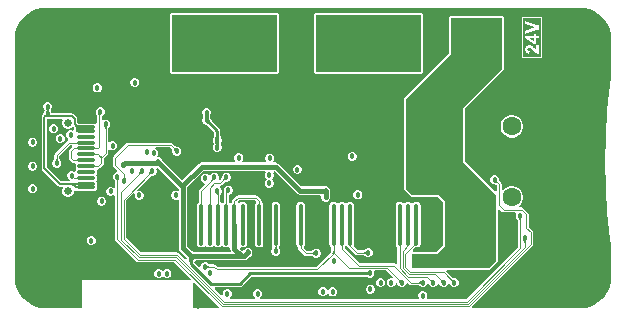
<source format=gtl>
G04*
G04 #@! TF.GenerationSoftware,Altium Limited,Altium Designer,21.6.1 (37)*
G04*
G04 Layer_Physical_Order=1*
G04 Layer_Color=255*
%FSLAX25Y25*%
%MOIN*%
G70*
G04*
G04 #@! TF.SameCoordinates,AC17BD28-DEAC-4D96-B394-8643799D6FE3*
G04*
G04*
G04 #@! TF.FilePolarity,Positive*
G04*
G01*
G75*
%ADD10C,0.01000*%
G04:AMPARAMS|DCode=12|XSize=15.75mil|YSize=137.8mil|CornerRadius=3.94mil|HoleSize=0mil|Usage=FLASHONLY|Rotation=0.000|XOffset=0mil|YOffset=0mil|HoleType=Round|Shape=RoundedRectangle|*
%AMROUNDEDRECTD12*
21,1,0.01575,0.12992,0,0,0.0*
21,1,0.00787,0.13780,0,0,0.0*
1,1,0.00787,0.00394,-0.06496*
1,1,0.00787,-0.00394,-0.06496*
1,1,0.00787,-0.00394,0.06496*
1,1,0.00787,0.00394,0.06496*
%
%ADD12ROUNDEDRECTD12*%
G04:AMPARAMS|DCode=13|XSize=59.06mil|YSize=11.81mil|CornerRadius=2.95mil|HoleSize=0mil|Usage=FLASHONLY|Rotation=0.000|XOffset=0mil|YOffset=0mil|HoleType=Round|Shape=RoundedRectangle|*
%AMROUNDEDRECTD13*
21,1,0.05906,0.00591,0,0,0.0*
21,1,0.05315,0.01181,0,0,0.0*
1,1,0.00591,0.02657,-0.00295*
1,1,0.00591,-0.02657,-0.00295*
1,1,0.00591,-0.02657,0.00295*
1,1,0.00591,0.02657,0.00295*
%
%ADD13ROUNDEDRECTD13*%
%ADD23C,0.00400*%
%ADD24C,0.01500*%
%ADD25C,0.00600*%
%ADD26C,0.19685*%
%ADD27O,0.08268X0.03937*%
%ADD28O,0.06299X0.03937*%
%ADD29C,0.02559*%
%ADD30C,0.01800*%
%ADD31C,0.03937*%
%ADD32C,0.06299*%
G36*
X191124Y101254D02*
X192708Y100874D01*
X194213Y100250D01*
X195602Y99399D01*
X196841Y98341D01*
X197899Y97102D01*
X198750Y95713D01*
X199374Y94208D01*
X199754Y92624D01*
X199881Y91013D01*
X199878Y91000D01*
Y77903D01*
X199536Y75681D01*
X198602Y67148D01*
X198040Y58582D01*
X197853Y50000D01*
X198040Y41418D01*
X198602Y32852D01*
X199536Y24319D01*
X199878Y22097D01*
Y11500D01*
X199881Y11487D01*
X199754Y9876D01*
X199374Y8292D01*
X198750Y6787D01*
X197899Y5398D01*
X196841Y4159D01*
X195602Y3101D01*
X194213Y2250D01*
X192708Y1626D01*
X191124Y1246D01*
X189513Y1119D01*
X189500Y1122D01*
X153582D01*
X153375Y1622D01*
X173627Y21873D01*
X173804Y22138D01*
X173866Y22450D01*
X173866Y22450D01*
Y26450D01*
X173866Y26450D01*
X173804Y26762D01*
X173627Y27027D01*
X172316Y28338D01*
Y32500D01*
X172316Y32500D01*
X172254Y32812D01*
X172077Y33077D01*
X170577Y34577D01*
X170312Y34754D01*
X170000Y34816D01*
X170000Y34816D01*
X169393D01*
X169213Y35316D01*
X169784Y35887D01*
X170278Y36742D01*
X170533Y37695D01*
Y38683D01*
X170278Y39636D01*
X169784Y40491D01*
X169086Y41189D01*
X168231Y41683D01*
X167277Y41939D01*
X166290D01*
X165336Y41683D01*
X164481Y41189D01*
X163816Y40524D01*
X163580Y40546D01*
X163316Y40617D01*
Y42500D01*
X163316Y42500D01*
X163254Y42812D01*
X163077Y43077D01*
X162654Y43499D01*
X162630Y43570D01*
X162607Y43595D01*
X162606Y43597D01*
X162601Y43606D01*
X162593Y43626D01*
X162583Y43657D01*
X162572Y43699D01*
X162564Y43745D01*
X162550Y43905D01*
X162549Y43999D01*
X162500Y44114D01*
Y44298D01*
X162272Y44850D01*
X161850Y45272D01*
X161298Y45500D01*
X160702D01*
X160150Y45272D01*
X159728Y44850D01*
X159500Y44298D01*
Y43702D01*
X159728Y43150D01*
X160150Y42728D01*
X160702Y42500D01*
X160886D01*
X161001Y42451D01*
X161103Y42450D01*
X161180Y42445D01*
X161246Y42437D01*
X161301Y42428D01*
X161344Y42417D01*
X161374Y42407D01*
X161394Y42399D01*
X161403Y42394D01*
X161405Y42393D01*
X161430Y42370D01*
X161501Y42346D01*
X161684Y42162D01*
Y40387D01*
X161222Y40196D01*
X151149Y50269D01*
Y67731D01*
X163959Y80541D01*
X164149Y81000D01*
Y98000D01*
X163959Y98459D01*
X163500Y98649D01*
X146500D01*
X146041Y98459D01*
X145851Y98000D01*
Y86269D01*
X131041Y71459D01*
X130851Y71000D01*
Y41000D01*
X131041Y40541D01*
X133041Y38541D01*
X133500Y38351D01*
X142231D01*
X143851Y36731D01*
Y22269D01*
X141631Y20049D01*
X133910D01*
X133703Y20549D01*
X134644Y21491D01*
X135303D01*
X135691Y21568D01*
X136020Y21788D01*
X136239Y22116D01*
X136316Y22504D01*
Y35496D01*
X136239Y35884D01*
X136020Y36213D01*
X135691Y36432D01*
X135303Y36509D01*
X134516D01*
X134128Y36432D01*
X133799Y36213D01*
X133264D01*
X132935Y36432D01*
X132547Y36509D01*
X131760D01*
X131372Y36432D01*
X131043Y36213D01*
X130508D01*
X130179Y36432D01*
X129791Y36509D01*
X129004D01*
X128616Y36432D01*
X128287Y36213D01*
X128068Y35884D01*
X127991Y35496D01*
Y22504D01*
X128068Y22116D01*
X128287Y21788D01*
X128582Y21591D01*
Y16031D01*
X128120Y15839D01*
X127983Y15977D01*
X127718Y16154D01*
X127406Y16216D01*
X127406Y16216D01*
X116038D01*
X111099Y21155D01*
X111144Y21739D01*
X111171Y21757D01*
X111259Y21788D01*
X111752D01*
X112081Y21568D01*
X112157Y21553D01*
X112285Y21361D01*
X114523Y19123D01*
X114523Y19123D01*
X114788Y18946D01*
X115100Y18884D01*
X115100Y18884D01*
X117376D01*
X117443Y18852D01*
X117477Y18850D01*
X117479Y18849D01*
X117489Y18846D01*
X117509Y18838D01*
X117538Y18824D01*
X117576Y18801D01*
X117614Y18775D01*
X117737Y18671D01*
X117803Y18606D01*
X117920Y18559D01*
X118050Y18428D01*
X118602Y18200D01*
X119198D01*
X119750Y18428D01*
X120172Y18850D01*
X120400Y19402D01*
Y19998D01*
X120172Y20550D01*
X119750Y20972D01*
X119198Y21200D01*
X118602D01*
X118050Y20972D01*
X117920Y20841D01*
X117803Y20795D01*
X117731Y20723D01*
X117673Y20672D01*
X117621Y20631D01*
X117576Y20599D01*
X117538Y20576D01*
X117509Y20561D01*
X117489Y20554D01*
X117479Y20551D01*
X117477Y20550D01*
X117443Y20548D01*
X117376Y20516D01*
X115438D01*
X114050Y21904D01*
X114192Y22116D01*
X114269Y22504D01*
Y35496D01*
X114192Y35884D01*
X113972Y36213D01*
X113644Y36432D01*
X113256Y36509D01*
X112469D01*
X112081Y36432D01*
X111752Y36213D01*
X111216D01*
X110888Y36432D01*
X110500Y36509D01*
X109713D01*
X109325Y36432D01*
X108996Y36213D01*
X108460D01*
X108132Y36432D01*
X107744Y36509D01*
X106957D01*
X106569Y36432D01*
X106240Y36213D01*
X106021Y35884D01*
X105944Y35496D01*
Y22504D01*
X106021Y22116D01*
X106240Y21788D01*
X106535Y21591D01*
Y20330D01*
X106501Y20256D01*
X106499Y20202D01*
X106496Y20175D01*
X106492Y20151D01*
X106486Y20130D01*
X106479Y20111D01*
X106471Y20093D01*
X106460Y20074D01*
X106447Y20054D01*
X106429Y20033D01*
X106392Y19993D01*
X106364Y19918D01*
X101462Y15016D01*
X68738D01*
X68177Y15577D01*
X67912Y15754D01*
X67600Y15816D01*
X67600Y15816D01*
X66023D01*
X65957Y15848D01*
X65923Y15850D01*
X65921Y15851D01*
X65911Y15854D01*
X65891Y15861D01*
X65862Y15876D01*
X65824Y15899D01*
X65786Y15925D01*
X65663Y16029D01*
X65597Y16094D01*
X65480Y16141D01*
X65350Y16272D01*
X64798Y16500D01*
X64202D01*
X63650Y16272D01*
X63228Y15850D01*
X63000Y15298D01*
Y15112D01*
X62500Y14905D01*
X60968Y16437D01*
X61006Y16932D01*
X61039Y16959D01*
X61107Y16996D01*
X61216Y17035D01*
X61369Y17069D01*
X61564Y17092D01*
X61823Y17101D01*
X61851Y17114D01*
X61881Y17106D01*
X61913Y17124D01*
X77500D01*
X78027Y17228D01*
X78473Y17527D01*
X79351Y18405D01*
X79650Y18528D01*
X80072Y18950D01*
X80300Y19502D01*
Y20098D01*
X80072Y20650D01*
X79650Y21072D01*
X79098Y21300D01*
X78502D01*
X77950Y21072D01*
X77528Y20650D01*
X77463Y20491D01*
X76943Y20304D01*
X76172Y21074D01*
X76419Y21535D01*
X76642Y21491D01*
X77429D01*
X77817Y21568D01*
X78146Y21788D01*
X78365Y22116D01*
X78442Y22504D01*
Y35496D01*
X78365Y35884D01*
X78146Y36213D01*
X77817Y36432D01*
X77429Y36509D01*
X76642D01*
X76254Y36432D01*
X75925Y36213D01*
X75891D01*
X75430Y36712D01*
X75436Y36783D01*
X75838Y37184D01*
X81062D01*
X81434Y36812D01*
X81437Y36213D01*
X81217Y35884D01*
X81140Y35496D01*
Y22504D01*
X81217Y22116D01*
X81437Y21788D01*
X81766Y21568D01*
X82153Y21491D01*
X82941D01*
X83329Y21568D01*
X83657Y21788D01*
X83877Y22116D01*
X83954Y22504D01*
Y35496D01*
X83877Y35884D01*
X83657Y36213D01*
X83363Y36409D01*
Y36853D01*
X83301Y37165D01*
X83124Y37429D01*
X83124Y37430D01*
X81977Y38577D01*
X81712Y38754D01*
X81400Y38816D01*
X81400Y38816D01*
X75500D01*
X75500Y38816D01*
X75188Y38754D01*
X74923Y38577D01*
X74923Y38577D01*
X73703Y37356D01*
X73526Y37092D01*
X73464Y36779D01*
X73464Y36779D01*
Y36409D01*
X73215Y36243D01*
X73127Y36213D01*
X72758D01*
X72339Y36573D01*
Y39000D01*
X72498D01*
X73050Y39228D01*
X73472Y39650D01*
X73700Y40202D01*
Y40798D01*
X73472Y41350D01*
X73050Y41772D01*
X72498Y42000D01*
X71902D01*
X71350Y41772D01*
X70928Y41350D01*
X70700Y40798D01*
Y40202D01*
X70756Y40066D01*
X70708Y39824D01*
X70708Y39824D01*
Y36409D01*
X70459Y36243D01*
X70371Y36213D01*
X70002D01*
X69583Y36573D01*
Y38787D01*
X69616Y38855D01*
X69618Y38884D01*
X69618Y38886D01*
X69642Y38978D01*
X69653Y39012D01*
X69815Y39372D01*
X69868Y39472D01*
Y39472D01*
X69868Y39472D01*
X69881Y39613D01*
X70000Y39902D01*
Y40498D01*
X69772Y41050D01*
X69350Y41472D01*
X69310Y41488D01*
X69344Y42015D01*
X69600Y42084D01*
X69912Y42146D01*
X70177Y42323D01*
X71100Y43246D01*
X71170Y43270D01*
X71195Y43293D01*
X71197Y43294D01*
X71206Y43299D01*
X71226Y43307D01*
X71257Y43317D01*
X71299Y43328D01*
X71345Y43336D01*
X71505Y43350D01*
X71599Y43351D01*
X71714Y43400D01*
X71898D01*
X72450Y43628D01*
X72872Y44050D01*
X73100Y44602D01*
Y45198D01*
X72872Y45750D01*
X72450Y46172D01*
X71898Y46400D01*
X71302D01*
X70750Y46172D01*
X70328Y45750D01*
X70100Y45198D01*
Y45014D01*
X70051Y44899D01*
X70050Y44797D01*
X70045Y44720D01*
X70038Y44654D01*
X70028Y44599D01*
X70017Y44556D01*
X70007Y44526D01*
X69999Y44506D01*
X69994Y44497D01*
X69993Y44495D01*
X69970Y44470D01*
X69946Y44399D01*
X69520Y43974D01*
X69289Y44011D01*
X68985Y44564D01*
X69000Y44602D01*
Y45198D01*
X68772Y45750D01*
X68350Y46172D01*
X67798Y46400D01*
X67202D01*
X66650Y46172D01*
X66228Y45750D01*
X66169Y45606D01*
X66162Y45601D01*
X65595Y45527D01*
X65350Y45772D01*
X64798Y46000D01*
X64202D01*
X63650Y45772D01*
X63228Y45350D01*
X63000Y44798D01*
Y44202D01*
X63228Y43650D01*
X63650Y43228D01*
X64158Y43018D01*
X64258Y42806D01*
X64346Y42500D01*
X62679Y40833D01*
X62502Y40568D01*
X62440Y40256D01*
X62440Y40256D01*
Y36409D01*
X62146Y36213D01*
X61926Y35884D01*
X61849Y35496D01*
Y22504D01*
X61926Y22116D01*
X62146Y21788D01*
X62475Y21568D01*
X62862Y21491D01*
X63650D01*
X64037Y21568D01*
X64366Y21788D01*
X64902D01*
X65230Y21568D01*
X65618Y21491D01*
X66405D01*
X66793Y21568D01*
X67122Y21788D01*
X67658D01*
X67986Y21568D01*
X68374Y21491D01*
X69161D01*
X69549Y21568D01*
X69878Y21788D01*
X70414D01*
X70742Y21568D01*
X71130Y21491D01*
X71917D01*
X72305Y21568D01*
X72403Y21633D01*
X72903Y21366D01*
Y21021D01*
X73008Y20494D01*
X73086Y20376D01*
X72819Y19876D01*
X61683D01*
X61634Y19899D01*
X61363Y19909D01*
X61125Y19935D01*
X60898Y19978D01*
X60679Y20039D01*
X60469Y20116D01*
X60266Y20210D01*
X60069Y20322D01*
X59878Y20452D01*
X59691Y20601D01*
X59492Y20786D01*
X59442Y20805D01*
X58576Y21670D01*
Y41630D01*
X63970Y47024D01*
X84595D01*
X84802Y46524D01*
X84628Y46350D01*
X84400Y45798D01*
Y45202D01*
X84628Y44650D01*
X84802Y44477D01*
X85002Y44150D01*
X84802Y43823D01*
X84628Y43650D01*
X84400Y43098D01*
Y42502D01*
X84628Y41950D01*
X85050Y41528D01*
X85602Y41300D01*
X86198D01*
X86750Y41528D01*
X87172Y41950D01*
X87400Y42502D01*
Y43098D01*
X87172Y43650D01*
X86998Y43823D01*
X86798Y44150D01*
X86998Y44477D01*
X87172Y44650D01*
X87400Y45202D01*
Y45798D01*
X87228Y46213D01*
X87379Y46645D01*
X87464Y46765D01*
X87653Y46800D01*
X95027Y39427D01*
X95473Y39128D01*
X96000Y39024D01*
X96000Y39024D01*
X102897D01*
X103210Y38524D01*
X103200Y38498D01*
Y37902D01*
X103428Y37350D01*
X103850Y36928D01*
X104402Y36700D01*
X104998D01*
X105550Y36928D01*
X105972Y37350D01*
X106200Y37902D01*
Y38498D01*
X106076Y38797D01*
Y39803D01*
X106200Y40102D01*
Y40698D01*
X105972Y41250D01*
X105550Y41672D01*
X104998Y41900D01*
X104402D01*
X104103Y41776D01*
X96570D01*
X88973Y49373D01*
X88527Y49672D01*
X88000Y49776D01*
X87505D01*
X87298Y50276D01*
X87372Y50350D01*
X87600Y50902D01*
Y51498D01*
X87372Y52050D01*
X86950Y52472D01*
X86398Y52700D01*
X85802D01*
X85250Y52472D01*
X84828Y52050D01*
X84600Y51498D01*
Y50902D01*
X84828Y50350D01*
X84902Y50276D01*
X84695Y49776D01*
X77105D01*
X76898Y50276D01*
X77031Y50410D01*
X77260Y50962D01*
Y51558D01*
X77031Y52109D01*
X76609Y52531D01*
X76058Y52760D01*
X75462D01*
X74910Y52531D01*
X74488Y52109D01*
X74260Y51558D01*
Y50962D01*
X74488Y50410D01*
X74622Y50276D01*
X74415Y49776D01*
X63400D01*
X62873Y49672D01*
X62427Y49373D01*
X56925Y43872D01*
X50245Y50551D01*
X50122Y50850D01*
X49700Y51272D01*
X49148Y51500D01*
X48828D01*
X48621Y52000D01*
X48672Y52050D01*
X48900Y52602D01*
Y53198D01*
X48672Y53750D01*
X48250Y54172D01*
X47978Y54284D01*
X48077Y54784D01*
X52662D01*
X53446Y54001D01*
X53470Y53930D01*
X53493Y53905D01*
X53494Y53903D01*
X53499Y53894D01*
X53507Y53874D01*
X53518Y53843D01*
X53528Y53801D01*
X53536Y53755D01*
X53550Y53595D01*
X53551Y53501D01*
X53600Y53386D01*
Y53202D01*
X53828Y52650D01*
X54250Y52228D01*
X54802Y52000D01*
X55398D01*
X55950Y52228D01*
X56372Y52650D01*
X56600Y53202D01*
Y53798D01*
X56372Y54350D01*
X55950Y54772D01*
X55398Y55000D01*
X55214D01*
X55099Y55049D01*
X54997Y55050D01*
X54920Y55055D01*
X54854Y55063D01*
X54799Y55072D01*
X54757Y55082D01*
X54726Y55093D01*
X54706Y55101D01*
X54697Y55106D01*
X54695Y55107D01*
X54670Y55130D01*
X54599Y55154D01*
X53577Y56177D01*
X53312Y56354D01*
X53000Y56416D01*
X53000Y56416D01*
X38800D01*
X38800Y56416D01*
X38488Y56354D01*
X38223Y56177D01*
X38223Y56177D01*
X34023Y51977D01*
X33846Y51712D01*
X33784Y51400D01*
X33784Y51400D01*
Y48800D01*
X33784Y48800D01*
X33846Y48488D01*
X34023Y48223D01*
X35247Y47000D01*
X35039Y46500D01*
X35002D01*
X34450Y46272D01*
X34028Y45850D01*
X33800Y45298D01*
Y44702D01*
X34028Y44150D01*
X34159Y44020D01*
X34205Y43903D01*
X34277Y43831D01*
X34328Y43773D01*
X34369Y43721D01*
X34401Y43676D01*
X34424Y43638D01*
X34438Y43609D01*
X34446Y43589D01*
X34449Y43579D01*
X34450Y43577D01*
X34452Y43543D01*
X34484Y43477D01*
Y41444D01*
X33984Y41237D01*
X33850Y41372D01*
X33298Y41600D01*
X32702D01*
X32150Y41372D01*
X31728Y40950D01*
X31500Y40398D01*
Y39802D01*
X31728Y39250D01*
X32150Y38828D01*
X32702Y38600D01*
X33298D01*
X33850Y38828D01*
X33984Y38963D01*
X34484Y38756D01*
Y24200D01*
X34484Y24200D01*
X34546Y23888D01*
X34723Y23623D01*
X41523Y16823D01*
X41523Y16823D01*
X41788Y16646D01*
X42100Y16584D01*
X54262D01*
X59885Y10962D01*
X59693Y10500D01*
X23500D01*
Y1122D01*
X11500D01*
X11487Y1119D01*
X9876Y1246D01*
X8292Y1626D01*
X6787Y2250D01*
X5398Y3101D01*
X4159Y4159D01*
X3101Y5398D01*
X2250Y6787D01*
X1626Y8292D01*
X1246Y9876D01*
X1119Y11487D01*
X1122Y11500D01*
Y91000D01*
X1119Y91013D01*
X1246Y92624D01*
X1626Y94208D01*
X2250Y95713D01*
X3101Y97102D01*
X4159Y98341D01*
X5398Y99399D01*
X6787Y100250D01*
X8292Y100874D01*
X9876Y101254D01*
X11487Y101381D01*
X11500Y101378D01*
X189500D01*
X189513Y101381D01*
X191124Y101254D01*
D02*
G37*
G36*
X54293Y54596D02*
X54353Y54554D01*
X54421Y54517D01*
X54495Y54485D01*
X54577Y54458D01*
X54666Y54436D01*
X54761Y54419D01*
X54864Y54408D01*
X54974Y54401D01*
X55091Y54400D01*
X54200Y53509D01*
X54199Y53626D01*
X54181Y53838D01*
X54164Y53934D01*
X54142Y54023D01*
X54115Y54105D01*
X54083Y54179D01*
X54046Y54247D01*
X54004Y54307D01*
X53956Y54361D01*
X54239Y54644D01*
X54293Y54596D01*
D02*
G37*
G36*
X43591Y46100D02*
X43474Y46099D01*
X43262Y46081D01*
X43166Y46064D01*
X43077Y46042D01*
X42995Y46015D01*
X42921Y45983D01*
X42853Y45946D01*
X42793Y45904D01*
X42739Y45856D01*
X42456Y46139D01*
X42504Y46193D01*
X42546Y46253D01*
X42583Y46321D01*
X42615Y46395D01*
X42642Y46477D01*
X42664Y46566D01*
X42681Y46661D01*
X42692Y46764D01*
X42699Y46874D01*
X42700Y46991D01*
X43591Y46100D01*
D02*
G37*
G36*
X46891Y46000D02*
X46774Y45999D01*
X46562Y45981D01*
X46466Y45964D01*
X46377Y45942D01*
X46295Y45915D01*
X46221Y45883D01*
X46153Y45846D01*
X46093Y45804D01*
X46039Y45756D01*
X45756Y46039D01*
X45804Y46093D01*
X45846Y46153D01*
X45883Y46221D01*
X45915Y46295D01*
X45942Y46377D01*
X45964Y46466D01*
X45981Y46562D01*
X45992Y46664D01*
X45999Y46774D01*
X46000Y46891D01*
X46891Y46000D01*
D02*
G37*
G36*
X37804Y44946D02*
X37817Y44873D01*
X37839Y44799D01*
X37869Y44724D01*
X37907Y44647D01*
X37955Y44569D01*
X38011Y44489D01*
X38075Y44409D01*
X38148Y44326D01*
X38230Y44243D01*
X36970D01*
X37052Y44326D01*
X37189Y44489D01*
X37245Y44569D01*
X37293Y44647D01*
X37331Y44724D01*
X37361Y44799D01*
X37383Y44873D01*
X37396Y44946D01*
X37400Y45017D01*
X37800D01*
X37804Y44946D01*
D02*
G37*
G36*
X71591Y44000D02*
X71474Y43999D01*
X71262Y43981D01*
X71166Y43964D01*
X71077Y43942D01*
X70995Y43915D01*
X70921Y43883D01*
X70853Y43846D01*
X70793Y43804D01*
X70739Y43756D01*
X70456Y44039D01*
X70504Y44093D01*
X70546Y44153D01*
X70583Y44221D01*
X70615Y44295D01*
X70642Y44377D01*
X70664Y44466D01*
X70681Y44561D01*
X70692Y44664D01*
X70699Y44774D01*
X70700Y44891D01*
X71591Y44000D01*
D02*
G37*
G36*
X67774Y44043D02*
X67647Y44001D01*
X67232Y43837D01*
X67151Y43796D01*
X67018Y43717D01*
X66966Y43678D01*
X66922Y43640D01*
X66543Y43826D01*
X66594Y43884D01*
X66636Y43946D01*
X66669Y44013D01*
X66693Y44085D01*
X66708Y44161D01*
X66715Y44241D01*
X66711Y44326D01*
X66699Y44416D01*
X66679Y44510D01*
X66649Y44609D01*
X67774Y44043D01*
D02*
G37*
G36*
X35848Y44274D02*
X35711Y44111D01*
X35655Y44031D01*
X35607Y43953D01*
X35569Y43876D01*
X35539Y43801D01*
X35517Y43727D01*
X35504Y43654D01*
X35500Y43582D01*
X35100D01*
X35096Y43654D01*
X35083Y43727D01*
X35061Y43801D01*
X35031Y43876D01*
X34993Y43953D01*
X34945Y44031D01*
X34889Y44111D01*
X34825Y44191D01*
X34752Y44274D01*
X34670Y44357D01*
X35930D01*
X35848Y44274D01*
D02*
G37*
G36*
X161901Y43874D02*
X161919Y43661D01*
X161936Y43566D01*
X161958Y43477D01*
X161985Y43395D01*
X162017Y43321D01*
X162054Y43253D01*
X162096Y43193D01*
X162144Y43139D01*
X161861Y42856D01*
X161807Y42904D01*
X161747Y42946D01*
X161679Y42983D01*
X161605Y43015D01*
X161523Y43042D01*
X161434Y43064D01*
X161339Y43081D01*
X161236Y43092D01*
X161126Y43099D01*
X161009Y43100D01*
X161900Y43991D01*
X161901Y43874D01*
D02*
G37*
G36*
X55824Y41080D02*
Y40551D01*
X55323Y40265D01*
X54998Y40400D01*
X54402D01*
X53850Y40172D01*
X53428Y39750D01*
X53200Y39198D01*
Y38602D01*
X53428Y38050D01*
X53850Y37628D01*
X54402Y37400D01*
X54998D01*
X55323Y37535D01*
X55824Y37249D01*
Y21100D01*
X55928Y20573D01*
X56227Y20127D01*
X58451Y17902D01*
X58424Y17700D01*
X57895Y17521D01*
X55840Y19577D01*
X55575Y19754D01*
X55263Y19816D01*
X55263Y19816D01*
X43101D01*
X38216Y24701D01*
Y37062D01*
X40605Y39452D01*
X41029Y39168D01*
X41000Y39098D01*
Y38502D01*
X41228Y37950D01*
X41650Y37528D01*
X42202Y37300D01*
X42798D01*
X43350Y37528D01*
X43772Y37950D01*
X44000Y38502D01*
Y39098D01*
X43772Y39650D01*
X43350Y40072D01*
X42798Y40300D01*
X42202D01*
X42132Y40271D01*
X41848Y40695D01*
X46400Y45246D01*
X46470Y45270D01*
X46495Y45293D01*
X46497Y45294D01*
X46506Y45299D01*
X46526Y45307D01*
X46556Y45318D01*
X46599Y45328D01*
X46645Y45336D01*
X46805Y45350D01*
X46899Y45351D01*
X47014Y45400D01*
X47198D01*
X47750Y45628D01*
X48172Y46050D01*
X48400Y46602D01*
Y47198D01*
X48286Y47473D01*
X48574Y48001D01*
X48856Y48047D01*
X55824Y41080D01*
D02*
G37*
G36*
X69231Y39656D02*
X69049Y39251D01*
X69020Y39166D01*
X68981Y39015D01*
X68971Y38950D01*
X68968Y38891D01*
X68568Y38763D01*
X68563Y38839D01*
X68549Y38913D01*
X68525Y38984D01*
X68491Y39052D01*
X68448Y39117D01*
X68396Y39180D01*
X68334Y39239D01*
X68262Y39295D01*
X68181Y39349D01*
X68090Y39399D01*
X69293Y39774D01*
X69231Y39656D01*
D02*
G37*
G36*
X82749Y35980D02*
X82755Y35957D01*
X82765Y35937D01*
X82779Y35920D01*
X82797Y35906D01*
X82818Y35893D01*
X82844Y35884D01*
X82874Y35877D01*
X82907Y35874D01*
X82945Y35872D01*
X82150D01*
X82187Y35874D01*
X82221Y35877D01*
X82250Y35884D01*
X82276Y35893D01*
X82298Y35906D01*
X82316Y35920D01*
X82329Y35937D01*
X82339Y35957D01*
X82345Y35980D01*
X82347Y36005D01*
X82747D01*
X82749Y35980D01*
D02*
G37*
G36*
X74481D02*
X74487Y35957D01*
X74497Y35937D01*
X74511Y35920D01*
X74529Y35906D01*
X74551Y35893D01*
X74576Y35884D01*
X74606Y35877D01*
X74640Y35874D01*
X74677Y35872D01*
X73882D01*
X73919Y35874D01*
X73953Y35877D01*
X73983Y35884D01*
X74008Y35893D01*
X74030Y35906D01*
X74048Y35920D01*
X74062Y35937D01*
X74072Y35957D01*
X74077Y35980D01*
X74080Y36005D01*
X74480D01*
X74481Y35980D01*
D02*
G37*
G36*
X71726D02*
X71732Y35957D01*
X71741Y35937D01*
X71755Y35920D01*
X71773Y35906D01*
X71795Y35893D01*
X71820Y35884D01*
X71850Y35877D01*
X71884Y35874D01*
X71921Y35872D01*
X71126D01*
X71163Y35874D01*
X71197Y35877D01*
X71227Y35884D01*
X71253Y35893D01*
X71274Y35906D01*
X71292Y35920D01*
X71306Y35937D01*
X71316Y35957D01*
X71322Y35980D01*
X71324Y36005D01*
X71724D01*
X71726Y35980D01*
D02*
G37*
G36*
X68970D02*
X68976Y35957D01*
X68985Y35937D01*
X68999Y35920D01*
X69017Y35906D01*
X69039Y35893D01*
X69065Y35884D01*
X69094Y35877D01*
X69128Y35874D01*
X69165Y35872D01*
X68370D01*
X68408Y35874D01*
X68441Y35877D01*
X68471Y35884D01*
X68497Y35893D01*
X68518Y35906D01*
X68536Y35920D01*
X68550Y35937D01*
X68560Y35957D01*
X68566Y35980D01*
X68568Y36005D01*
X68968D01*
X68970Y35980D01*
D02*
G37*
G36*
X66214D02*
X66220Y35957D01*
X66230Y35937D01*
X66243Y35920D01*
X66261Y35906D01*
X66283Y35893D01*
X66309Y35884D01*
X66338Y35877D01*
X66372Y35874D01*
X66409Y35872D01*
X65614D01*
X65652Y35874D01*
X65685Y35877D01*
X65715Y35884D01*
X65741Y35893D01*
X65762Y35906D01*
X65780Y35920D01*
X65794Y35937D01*
X65804Y35957D01*
X65810Y35980D01*
X65812Y36005D01*
X66212D01*
X66214Y35980D01*
D02*
G37*
G36*
X63458D02*
X63464Y35957D01*
X63474Y35937D01*
X63487Y35920D01*
X63505Y35906D01*
X63527Y35893D01*
X63553Y35884D01*
X63582Y35877D01*
X63616Y35874D01*
X63654Y35872D01*
X62858D01*
X62896Y35874D01*
X62929Y35877D01*
X62959Y35884D01*
X62985Y35893D01*
X63007Y35906D01*
X63024Y35920D01*
X63038Y35937D01*
X63048Y35957D01*
X63054Y35980D01*
X63056Y36005D01*
X63456D01*
X63458Y35980D01*
D02*
G37*
G36*
X170048Y31274D02*
X169911Y31111D01*
X169855Y31031D01*
X169808Y30953D01*
X169769Y30876D01*
X169739Y30801D01*
X169717Y30727D01*
X169704Y30654D01*
X169700Y30582D01*
X169300D01*
X169296Y30654D01*
X169283Y30727D01*
X169261Y30801D01*
X169231Y30876D01*
X169193Y30953D01*
X169145Y31031D01*
X169089Y31111D01*
X169025Y31191D01*
X168952Y31274D01*
X168870Y31357D01*
X170130D01*
X170048Y31274D01*
D02*
G37*
G36*
X74483Y30961D02*
X74532Y30298D01*
X74562Y30119D01*
X74599Y29960D01*
X74642Y29821D01*
X74691Y29704D01*
X74747Y29607D01*
X74810Y29530D01*
X73749D01*
X73812Y29607D01*
X73868Y29704D01*
X73918Y29821D01*
X73961Y29960D01*
X73997Y30119D01*
X74027Y30298D01*
X74066Y30719D01*
X74076Y30961D01*
X74080Y31223D01*
X74480D01*
X74483Y30961D01*
D02*
G37*
G36*
X171548Y23774D02*
X171411Y23610D01*
X171355Y23531D01*
X171308Y23453D01*
X171269Y23376D01*
X171239Y23301D01*
X171217Y23227D01*
X171204Y23154D01*
X171200Y23083D01*
X170800D01*
X170796Y23154D01*
X170783Y23227D01*
X170761Y23301D01*
X170731Y23376D01*
X170693Y23453D01*
X170645Y23531D01*
X170589Y23610D01*
X170525Y23691D01*
X170452Y23774D01*
X170370Y23857D01*
X171630D01*
X171548Y23774D01*
D02*
G37*
G36*
X134516Y22115D02*
X134496Y22118D01*
X134477Y22118D01*
X134458Y22117D01*
X134439Y22114D01*
X134421Y22108D01*
X134402Y22101D01*
X134385Y22091D01*
X134367Y22079D01*
X134350Y22065D01*
X134332Y22050D01*
X134057Y22340D01*
X134073Y22357D01*
X134087Y22374D01*
X134099Y22391D01*
X134109Y22407D01*
X134117Y22424D01*
X134123Y22440D01*
X134127Y22456D01*
X134129Y22472D01*
X134129Y22488D01*
X134127Y22504D01*
X134516Y22115D01*
D02*
G37*
G36*
X129758Y22126D02*
X129724Y22122D01*
X129694Y22116D01*
X129669Y22106D01*
X129647Y22095D01*
X129629Y22080D01*
X129615Y22063D01*
X129605Y22043D01*
X129600Y22020D01*
X129598Y21995D01*
X129198D01*
X129196Y22020D01*
X129190Y22043D01*
X129180Y22063D01*
X129166Y22080D01*
X129148Y22095D01*
X129127Y22106D01*
X129101Y22116D01*
X129071Y22122D01*
X129037Y22126D01*
X129000Y22128D01*
X129795D01*
X129758Y22126D01*
D02*
G37*
G36*
X113222D02*
X113189Y22122D01*
X113159Y22116D01*
X113133Y22106D01*
X113112Y22095D01*
X113094Y22080D01*
X113080Y22063D01*
X113070Y22043D01*
X113064Y22020D01*
X113062Y21995D01*
X112662D01*
X112660Y22020D01*
X112654Y22043D01*
X112644Y22063D01*
X112631Y22080D01*
X112613Y22095D01*
X112591Y22106D01*
X112565Y22116D01*
X112536Y22122D01*
X112502Y22126D01*
X112464Y22128D01*
X113260D01*
X113222Y22126D01*
D02*
G37*
G36*
X110466D02*
X110433Y22122D01*
X110403Y22116D01*
X110378Y22106D01*
X110356Y22095D01*
X110338Y22080D01*
X110324Y22063D01*
X110314Y22043D01*
X110308Y22020D01*
X110306Y21995D01*
X109906D01*
X109904Y22020D01*
X109898Y22043D01*
X109889Y22063D01*
X109875Y22080D01*
X109857Y22095D01*
X109835Y22106D01*
X109809Y22116D01*
X109780Y22122D01*
X109746Y22126D01*
X109709Y22128D01*
X110504D01*
X110466Y22126D01*
D02*
G37*
G36*
X107711D02*
X107677Y22122D01*
X107647Y22116D01*
X107622Y22106D01*
X107600Y22095D01*
X107582Y22080D01*
X107568Y22063D01*
X107558Y22043D01*
X107552Y22020D01*
X107550Y21995D01*
X107150D01*
X107148Y22020D01*
X107142Y22043D01*
X107133Y22063D01*
X107119Y22080D01*
X107101Y22095D01*
X107079Y22106D01*
X107053Y22116D01*
X107024Y22122D01*
X106990Y22126D01*
X106953Y22128D01*
X107748D01*
X107711Y22126D01*
D02*
G37*
G36*
X132547Y22115D02*
X132517Y22113D01*
X132484Y22106D01*
X132451Y22094D01*
X132415Y22079D01*
X132378Y22058D01*
X132340Y22033D01*
X132300Y22004D01*
X132216Y21932D01*
X132171Y21889D01*
X131747Y22030D01*
X131759Y22044D01*
X131765Y22058D01*
X131765Y22071D01*
X131760Y22083D01*
X131749Y22095D01*
X131733Y22106D01*
X131711Y22117D01*
X131683Y22127D01*
X131650Y22136D01*
X131611Y22144D01*
X132547Y22115D01*
D02*
G37*
G36*
X107553Y20154D02*
X107562Y20078D01*
X107576Y20004D01*
X107596Y19932D01*
X107621Y19862D01*
X107652Y19795D01*
X107689Y19731D01*
X107731Y19668D01*
X107780Y19608D01*
X107833Y19550D01*
X107633Y19185D01*
X107577Y19236D01*
X107520Y19275D01*
X107464Y19304D01*
X107407Y19320D01*
X107350Y19326D01*
X107294Y19320D01*
X107237Y19304D01*
X107181Y19275D01*
X107124Y19236D01*
X107068Y19185D01*
X106868Y19550D01*
X106921Y19608D01*
X106969Y19668D01*
X107012Y19731D01*
X107049Y19795D01*
X107080Y19862D01*
X107105Y19932D01*
X107125Y20004D01*
X107139Y20078D01*
X107148Y20154D01*
X107150Y20233D01*
X107550D01*
X107553Y20154D01*
D02*
G37*
G36*
X118257Y19070D02*
X118174Y19152D01*
X118010Y19289D01*
X117931Y19345D01*
X117853Y19392D01*
X117776Y19431D01*
X117701Y19461D01*
X117627Y19483D01*
X117554Y19496D01*
X117482Y19500D01*
Y19900D01*
X117554Y19904D01*
X117627Y19917D01*
X117701Y19939D01*
X117776Y19969D01*
X117853Y20008D01*
X117931Y20055D01*
X118010Y20111D01*
X118091Y20175D01*
X118174Y20248D01*
X118257Y20330D01*
Y19070D01*
D02*
G37*
G36*
X59267Y20109D02*
X59492Y19929D01*
X59726Y19770D01*
X59969Y19632D01*
X60220Y19515D01*
X60481Y19420D01*
X60750Y19345D01*
X61028Y19292D01*
X61315Y19261D01*
X61611Y19250D01*
X61800Y17750D01*
X61515Y17740D01*
X61260Y17710D01*
X61035Y17660D01*
X60840Y17590D01*
X60675Y17500D01*
X60540Y17390D01*
X60435Y17260D01*
X60360Y17110D01*
X60315Y16940D01*
X60303Y16788D01*
X60300Y16441D01*
X59300D01*
X59269Y17970D01*
X59951D01*
X59800Y18500D01*
X59050Y20311D01*
X59267Y20109D01*
D02*
G37*
G36*
X163500Y81000D02*
X150500Y68000D01*
Y50000D01*
X161500Y39000D01*
Y17000D01*
X159200Y14700D01*
X133500D01*
Y19400D01*
X141900D01*
X144500Y22000D01*
Y37000D01*
X142500Y39000D01*
X133500D01*
X131500Y41000D01*
Y71000D01*
X146500Y86000D01*
Y98000D01*
X163500D01*
Y81000D01*
D02*
G37*
G36*
X65226Y15548D02*
X65390Y15411D01*
X65469Y15355D01*
X65547Y15307D01*
X65624Y15269D01*
X65699Y15239D01*
X65773Y15217D01*
X65846Y15204D01*
X65917Y15200D01*
Y14800D01*
X65846Y14796D01*
X65773Y14783D01*
X65699Y14761D01*
X65624Y14731D01*
X65547Y14693D01*
X65469Y14645D01*
X65390Y14589D01*
X65309Y14525D01*
X65226Y14452D01*
X65143Y14370D01*
Y15630D01*
X65226Y15548D01*
D02*
G37*
G36*
X118757Y12170D02*
X118728Y12195D01*
X118691Y12217D01*
X118646Y12236D01*
X118593Y12253D01*
X118532Y12268D01*
X118464Y12279D01*
X118303Y12295D01*
X118211Y12299D01*
X118112Y12300D01*
Y13300D01*
X118211Y13301D01*
X118464Y13321D01*
X118532Y13332D01*
X118593Y13347D01*
X118646Y13364D01*
X118691Y13383D01*
X118728Y13405D01*
X118757Y13430D01*
Y12170D01*
D02*
G37*
G36*
X146793Y10796D02*
X146853Y10754D01*
X146921Y10717D01*
X146995Y10685D01*
X147077Y10658D01*
X147166Y10636D01*
X147261Y10619D01*
X147364Y10608D01*
X147474Y10601D01*
X147591Y10600D01*
X146700Y9709D01*
X146699Y9826D01*
X146681Y10039D01*
X146664Y10134D01*
X146642Y10223D01*
X146615Y10305D01*
X146583Y10379D01*
X146546Y10447D01*
X146504Y10507D01*
X146456Y10561D01*
X146739Y10844D01*
X146793Y10796D01*
D02*
G37*
G36*
X143293D02*
X143353Y10754D01*
X143421Y10717D01*
X143495Y10685D01*
X143577Y10658D01*
X143666Y10636D01*
X143761Y10619D01*
X143864Y10608D01*
X143974Y10601D01*
X144091Y10600D01*
X143200Y9709D01*
X143199Y9826D01*
X143181Y10039D01*
X143164Y10134D01*
X143142Y10223D01*
X143115Y10305D01*
X143083Y10379D01*
X143046Y10447D01*
X143004Y10507D01*
X142956Y10561D01*
X143239Y10844D01*
X143293Y10796D01*
D02*
G37*
G36*
X139793D02*
X139853Y10754D01*
X139921Y10717D01*
X139995Y10685D01*
X140077Y10658D01*
X140166Y10636D01*
X140261Y10619D01*
X140364Y10608D01*
X140474Y10601D01*
X140591Y10600D01*
X139700Y9709D01*
X139699Y9826D01*
X139681Y10039D01*
X139664Y10134D01*
X139642Y10223D01*
X139615Y10305D01*
X139583Y10379D01*
X139546Y10447D01*
X139504Y10507D01*
X139456Y10561D01*
X139739Y10844D01*
X139793Y10796D01*
D02*
G37*
G36*
X129293D02*
X129353Y10754D01*
X129421Y10717D01*
X129495Y10685D01*
X129577Y10658D01*
X129666Y10636D01*
X129761Y10619D01*
X129864Y10608D01*
X129974Y10601D01*
X130091Y10600D01*
X129200Y9709D01*
X129199Y9826D01*
X129181Y10039D01*
X129164Y10134D01*
X129142Y10223D01*
X129115Y10305D01*
X129083Y10379D01*
X129046Y10447D01*
X129004Y10507D01*
X128956Y10561D01*
X129239Y10844D01*
X129293Y10796D01*
D02*
G37*
G36*
X136457Y9070D02*
X136374Y9152D01*
X136211Y9289D01*
X136131Y9345D01*
X136053Y9392D01*
X135976Y9431D01*
X135901Y9461D01*
X135827Y9483D01*
X135754Y9496D01*
X135682Y9500D01*
Y9900D01*
X135754Y9904D01*
X135827Y9917D01*
X135901Y9939D01*
X135976Y9969D01*
X136053Y10007D01*
X136131Y10055D01*
X136211Y10111D01*
X136291Y10175D01*
X136374Y10248D01*
X136457Y10330D01*
Y9070D01*
D02*
G37*
G36*
X163423Y33423D02*
X163688Y33246D01*
X164000Y33184D01*
X164000Y33184D01*
X167910D01*
X168160Y32684D01*
X168000Y32298D01*
Y31702D01*
X168228Y31150D01*
X168359Y31020D01*
X168405Y30903D01*
X168476Y30831D01*
X168528Y30773D01*
X168569Y30721D01*
X168601Y30676D01*
X168624Y30638D01*
X168639Y30609D01*
X168646Y30589D01*
X168649Y30579D01*
X168650Y30577D01*
X168652Y30543D01*
X168684Y30476D01*
Y21501D01*
X151399Y4216D01*
X138690D01*
X138440Y4716D01*
X138600Y5102D01*
Y5698D01*
X138372Y6250D01*
X137950Y6672D01*
X137398Y6900D01*
X136802D01*
X136250Y6672D01*
X135828Y6250D01*
X135600Y5698D01*
Y5102D01*
X135760Y4716D01*
X135510Y4216D01*
X82919D01*
X82819Y4716D01*
X82850Y4728D01*
X83272Y5150D01*
X83500Y5702D01*
Y6298D01*
X83272Y6850D01*
X82850Y7272D01*
X82298Y7500D01*
X81702D01*
X81150Y7272D01*
X80728Y6850D01*
X80500Y6298D01*
Y5702D01*
X80728Y5150D01*
X81150Y4728D01*
X81181Y4716D01*
X81081Y4216D01*
X72818D01*
X72719Y4716D01*
X72750Y4728D01*
X73172Y5150D01*
X73400Y5702D01*
Y6298D01*
X73172Y6850D01*
X72750Y7272D01*
X72198Y7500D01*
X71602D01*
X71050Y7272D01*
X70628Y6850D01*
X70400Y6298D01*
Y5723D01*
X70339Y5667D01*
X69961Y5456D01*
X67700Y7717D01*
X67891Y8178D01*
X76000D01*
X76000Y8178D01*
X76429Y8264D01*
X76793Y8507D01*
X79965Y11678D01*
X118038D01*
X118103Y11651D01*
X118193Y11649D01*
X118258Y11647D01*
X118377Y11635D01*
X118403Y11631D01*
X118418Y11627D01*
X118432Y11621D01*
X118438Y11621D01*
X118448Y11618D01*
X118460Y11619D01*
X118550Y11528D01*
X119102Y11300D01*
X119698D01*
X120250Y11528D01*
X120672Y11950D01*
X120900Y12502D01*
Y13098D01*
X120823Y13284D01*
X121157Y13784D01*
X124862D01*
X126985Y11662D01*
X126860Y11353D01*
X126739Y11200D01*
X126202D01*
X125650Y10972D01*
X125228Y10550D01*
X125000Y9998D01*
Y9402D01*
X125228Y8850D01*
X125650Y8428D01*
X126202Y8200D01*
X126798D01*
X127350Y8428D01*
X127772Y8850D01*
X128000Y9402D01*
Y9484D01*
X128040Y9538D01*
X128500Y9746D01*
X128551Y9701D01*
X128600Y9586D01*
Y9402D01*
X128828Y8850D01*
X129250Y8428D01*
X129802Y8200D01*
X130398D01*
X130950Y8428D01*
X131372Y8850D01*
X131583Y9362D01*
X131781Y9456D01*
X132100Y9552D01*
X132529Y9123D01*
X132529Y9123D01*
X132794Y8946D01*
X133106Y8884D01*
X133106Y8884D01*
X135576D01*
X135643Y8852D01*
X135677Y8850D01*
X135679Y8849D01*
X135689Y8846D01*
X135709Y8839D01*
X135738Y8824D01*
X135776Y8801D01*
X135814Y8775D01*
X135937Y8671D01*
X136003Y8606D01*
X136120Y8559D01*
X136250Y8428D01*
X136802Y8200D01*
X137398D01*
X137950Y8428D01*
X138372Y8850D01*
X138545Y9269D01*
X138964Y9402D01*
X139100D01*
X139328Y8850D01*
X139750Y8428D01*
X140302Y8200D01*
X140898D01*
X141450Y8428D01*
X141872Y8850D01*
X142045Y9269D01*
X142464Y9402D01*
X142600D01*
X142828Y8850D01*
X143250Y8428D01*
X143802Y8200D01*
X144398D01*
X144950Y8428D01*
X145372Y8850D01*
X145545Y9269D01*
X145964Y9402D01*
X146100D01*
X146328Y8850D01*
X146750Y8428D01*
X147302Y8200D01*
X147898D01*
X148450Y8428D01*
X148872Y8850D01*
X149100Y9402D01*
Y9998D01*
X148872Y10550D01*
X148450Y10972D01*
X147898Y11200D01*
X147714D01*
X147599Y11249D01*
X147497Y11250D01*
X147420Y11255D01*
X147354Y11263D01*
X147299Y11272D01*
X147257Y11282D01*
X147226Y11293D01*
X147206Y11301D01*
X147197Y11306D01*
X147195Y11307D01*
X147170Y11330D01*
X147099Y11354D01*
X144903Y13551D01*
X145110Y14051D01*
X159200D01*
X159659Y14241D01*
X161959Y16541D01*
X162149Y17000D01*
Y34044D01*
X162611Y34235D01*
X163423Y33423D01*
D02*
G37*
G36*
X69225Y1622D02*
X69018Y1122D01*
X60500D01*
Y9693D01*
X60962Y9884D01*
X69225Y1622D01*
D02*
G37*
%LPC*%
G36*
X176800Y98200D02*
X170200D01*
Y84600D01*
X176800D01*
Y98200D01*
D02*
G37*
G36*
X136500Y99649D02*
X101500D01*
X101041Y99459D01*
X100851Y99000D01*
Y80000D01*
X101041Y79541D01*
X101500Y79351D01*
X136500Y79351D01*
X136959Y79541D01*
X137149Y80000D01*
Y99000D01*
X136959Y99459D01*
X136500Y99649D01*
D02*
G37*
G36*
X88500D02*
X53500D01*
X53041Y99459D01*
X52851Y99000D01*
Y80000D01*
X53041Y79541D01*
X53500Y79351D01*
X88500Y79351D01*
X88959Y79541D01*
X89149Y80000D01*
Y99000D01*
X88959Y99459D01*
X88500Y99649D01*
D02*
G37*
G36*
X41398Y77900D02*
X40802D01*
X40250Y77672D01*
X39828Y77250D01*
X39600Y76698D01*
Y76102D01*
X39828Y75550D01*
X40250Y75128D01*
X40802Y74900D01*
X41398D01*
X41950Y75128D01*
X42372Y75550D01*
X42600Y76102D01*
Y76698D01*
X42372Y77250D01*
X41950Y77672D01*
X41398Y77900D01*
D02*
G37*
G36*
X28798Y76100D02*
X28202D01*
X27650Y75872D01*
X27228Y75450D01*
X27000Y74898D01*
Y74302D01*
X27228Y73750D01*
X27650Y73328D01*
X28202Y73100D01*
X28798D01*
X29350Y73328D01*
X29772Y73750D01*
X30000Y74302D01*
Y74898D01*
X29772Y75450D01*
X29350Y75872D01*
X28798Y76100D01*
D02*
G37*
G36*
X167277Y65561D02*
X166290D01*
X165336Y65305D01*
X164481Y64811D01*
X163783Y64113D01*
X163289Y63258D01*
X163034Y62305D01*
Y61317D01*
X163289Y60364D01*
X163783Y59509D01*
X164481Y58811D01*
X165336Y58317D01*
X166290Y58061D01*
X167277D01*
X168231Y58317D01*
X169086Y58811D01*
X169784Y59509D01*
X170278Y60364D01*
X170533Y61317D01*
Y62305D01*
X170278Y63258D01*
X169784Y64113D01*
X169086Y64811D01*
X168231Y65305D01*
X167277Y65561D01*
D02*
G37*
G36*
X7298Y58000D02*
X6702D01*
X6150Y57772D01*
X5728Y57350D01*
X5500Y56798D01*
Y56202D01*
X5728Y55650D01*
X6150Y55228D01*
X6702Y55000D01*
X7298D01*
X7850Y55228D01*
X8272Y55650D01*
X8500Y56202D01*
Y56798D01*
X8272Y57350D01*
X7850Y57772D01*
X7298Y58000D01*
D02*
G37*
G36*
X12298Y69900D02*
X11702D01*
X11150Y69672D01*
X10728Y69250D01*
X10500Y68698D01*
Y68102D01*
X10728Y67550D01*
X10856Y67422D01*
X10900Y67309D01*
X10947Y67260D01*
X10973Y67228D01*
X10994Y67199D01*
X11011Y67172D01*
X11021Y67150D01*
X11011Y67128D01*
X10994Y67101D01*
X10973Y67072D01*
X10947Y67040D01*
X10900Y66991D01*
X10856Y66878D01*
X10728Y66750D01*
X10500Y66198D01*
Y66018D01*
X10451Y65906D01*
X10449Y65838D01*
X10445Y65797D01*
X10439Y65762D01*
X10432Y65731D01*
X10423Y65704D01*
X10412Y65680D01*
X10400Y65658D01*
X10385Y65635D01*
X10368Y65613D01*
X10329Y65571D01*
X10303Y65501D01*
X10251Y65449D01*
X10052Y65151D01*
X9982Y64800D01*
Y48000D01*
X10052Y47649D01*
X10251Y47351D01*
X15609Y41993D01*
X15907Y41794D01*
X16258Y41724D01*
X17095D01*
X17302Y41224D01*
X17265Y41187D01*
X16979Y40496D01*
Y39748D01*
X17265Y39057D01*
X17794Y38529D01*
X18484Y38243D01*
X19232D01*
X19923Y38529D01*
X20452Y39057D01*
X20738Y39748D01*
Y40207D01*
X20804Y40299D01*
X21135Y40530D01*
X21618Y40520D01*
X21914Y40322D01*
X22264Y40253D01*
X27579D01*
X27928Y40322D01*
X28224Y40520D01*
X28422Y40816D01*
X28492Y41165D01*
Y41756D01*
X28433Y42051D01*
X28492Y42347D01*
Y42937D01*
X28422Y43286D01*
X28224Y43582D01*
Y43670D01*
X28422Y43966D01*
X28492Y44315D01*
Y44905D01*
X28422Y45255D01*
X28224Y45551D01*
Y45638D01*
X28422Y45934D01*
X28492Y46284D01*
Y46874D01*
X28422Y47223D01*
X28419Y47236D01*
X28684Y47732D01*
X28947D01*
X28947Y47732D01*
X29259Y47794D01*
X29524Y47971D01*
X30477Y48923D01*
X30477Y48923D01*
X30654Y49188D01*
X30716Y49500D01*
X30716Y49500D01*
Y50821D01*
X30749Y50894D01*
X30751Y50949D01*
X30754Y50976D01*
X30759Y50999D01*
X30764Y51020D01*
X30771Y51039D01*
X30780Y51058D01*
X30790Y51076D01*
X30804Y51096D01*
X30821Y51117D01*
X30858Y51157D01*
X30886Y51233D01*
X31977Y52323D01*
X32154Y52588D01*
X32216Y52900D01*
X32216Y52900D01*
Y53956D01*
X32716Y54163D01*
X32850Y54028D01*
X33402Y53800D01*
X33998D01*
X34550Y54028D01*
X34972Y54450D01*
X35200Y55002D01*
Y55598D01*
X34972Y56150D01*
X34550Y56572D01*
X33998Y56800D01*
X33402D01*
X32850Y56572D01*
X32716Y56437D01*
X32216Y56644D01*
Y60976D01*
X32248Y61043D01*
X32250Y61077D01*
X32251Y61079D01*
X32254Y61089D01*
X32261Y61109D01*
X32276Y61138D01*
X32299Y61176D01*
X32326Y61214D01*
X32429Y61337D01*
X32495Y61403D01*
X32541Y61520D01*
X32672Y61650D01*
X32900Y62202D01*
Y62798D01*
X32672Y63350D01*
X32250Y63772D01*
X31698Y64000D01*
X31102D01*
X30550Y63772D01*
X30516Y63737D01*
X30016Y63944D01*
Y65176D01*
X30031Y65207D01*
X30040Y65212D01*
X30104Y65235D01*
X30202Y65326D01*
X30450Y65428D01*
X30872Y65850D01*
X31100Y66402D01*
Y66998D01*
X30872Y67550D01*
X30450Y67972D01*
X29898Y68200D01*
X29302D01*
X28750Y67972D01*
X28328Y67550D01*
X28100Y66998D01*
Y66402D01*
X28150Y66282D01*
X28143Y66172D01*
X28143Y66172D01*
X28143Y66172D01*
X28263Y65830D01*
X28312Y65666D01*
X28342Y65540D01*
X28348Y65508D01*
X28350Y65488D01*
X28351Y65459D01*
X28384Y65389D01*
Y65329D01*
X28381Y65292D01*
X28384Y65288D01*
Y62975D01*
X27956Y62696D01*
X27884Y62687D01*
X27579Y62748D01*
X22264D01*
X21918Y63116D01*
Y64300D01*
X21848Y64651D01*
X21649Y64949D01*
X20749Y65849D01*
X20451Y66048D01*
X20100Y66118D01*
X13500D01*
Y66198D01*
X13272Y66750D01*
X13144Y66878D01*
X13100Y66991D01*
X13053Y67040D01*
X13027Y67072D01*
X13006Y67101D01*
X12990Y67128D01*
X12979Y67150D01*
X12990Y67172D01*
X13006Y67199D01*
X13027Y67228D01*
X13053Y67260D01*
X13100Y67309D01*
X13144Y67422D01*
X13272Y67550D01*
X13500Y68102D01*
Y68698D01*
X13272Y69250D01*
X12850Y69672D01*
X12298Y69900D01*
D02*
G37*
G36*
X65298Y67900D02*
X64702D01*
X64150Y67672D01*
X63728Y67250D01*
X63500Y66698D01*
Y66102D01*
X63728Y65550D01*
X63819Y65460D01*
X63818Y65448D01*
X63821Y65438D01*
X63821Y65433D01*
X63827Y65418D01*
X63831Y65403D01*
X63834Y65384D01*
X63850Y65182D01*
X63850Y65150D01*
X63850Y65107D01*
X63847Y65042D01*
X63835Y64922D01*
X63831Y64897D01*
X63827Y64882D01*
X63821Y64868D01*
X63821Y64862D01*
X63818Y64852D01*
X63819Y64840D01*
X63728Y64750D01*
X63500Y64198D01*
Y63602D01*
X63728Y63050D01*
X64150Y62628D01*
X64702Y62400D01*
X64829D01*
X64837Y62391D01*
X64846Y62386D01*
X64850Y62382D01*
X64865Y62376D01*
X64878Y62368D01*
X64894Y62357D01*
X65048Y62225D01*
X65104Y62170D01*
X65170Y62144D01*
X67378Y59935D01*
Y58562D01*
X67351Y58497D01*
X67349Y58407D01*
X67347Y58342D01*
X67335Y58223D01*
X67331Y58197D01*
X67327Y58182D01*
X67321Y58167D01*
X67321Y58162D01*
X67318Y58152D01*
X67319Y58140D01*
X67228Y58050D01*
X67000Y57498D01*
Y56902D01*
X67228Y56350D01*
X67319Y56260D01*
X67318Y56248D01*
X67321Y56238D01*
X67321Y56233D01*
X67327Y56218D01*
X67331Y56203D01*
X67334Y56184D01*
X67350Y55982D01*
X67350Y55975D01*
X67349Y55957D01*
X67347Y55892D01*
X67335Y55773D01*
X67331Y55747D01*
X67327Y55732D01*
X67321Y55717D01*
X67321Y55712D01*
X67318Y55702D01*
X67319Y55690D01*
X67228Y55600D01*
X67000Y55048D01*
Y54452D01*
X67228Y53900D01*
X67650Y53478D01*
X68202Y53250D01*
X68798D01*
X69350Y53478D01*
X69772Y53900D01*
X70000Y54452D01*
Y55048D01*
X69772Y55600D01*
X69681Y55690D01*
X69682Y55702D01*
X69679Y55712D01*
X69679Y55717D01*
X69673Y55732D01*
X69669Y55747D01*
X69666Y55766D01*
X69650Y55968D01*
X69650Y55975D01*
X69651Y55993D01*
X69653Y56058D01*
X69665Y56178D01*
X69669Y56203D01*
X69673Y56218D01*
X69679Y56233D01*
X69679Y56238D01*
X69682Y56248D01*
X69681Y56260D01*
X69772Y56350D01*
X70000Y56902D01*
Y57498D01*
X69772Y58050D01*
X69681Y58140D01*
X69682Y58152D01*
X69679Y58162D01*
X69679Y58167D01*
X69673Y58182D01*
X69669Y58197D01*
X69666Y58216D01*
X69650Y58418D01*
X69649Y58497D01*
X69622Y58562D01*
Y60400D01*
X69622Y60400D01*
X69536Y60829D01*
X69293Y61193D01*
X69293Y61193D01*
X66756Y63730D01*
X66730Y63796D01*
X66667Y63860D01*
X66623Y63908D01*
X66547Y64001D01*
X66532Y64022D01*
X66524Y64035D01*
X66518Y64050D01*
X66514Y64054D01*
X66509Y64063D01*
X66500Y64071D01*
Y64198D01*
X66272Y64750D01*
X66181Y64840D01*
X66182Y64852D01*
X66179Y64862D01*
X66179Y64868D01*
X66173Y64882D01*
X66169Y64897D01*
X66166Y64916D01*
X66150Y65118D01*
X66150Y65150D01*
X66150Y65193D01*
X66153Y65258D01*
X66165Y65377D01*
X66169Y65403D01*
X66173Y65418D01*
X66179Y65433D01*
X66179Y65438D01*
X66182Y65448D01*
X66181Y65460D01*
X66272Y65550D01*
X66500Y66102D01*
Y66698D01*
X66272Y67250D01*
X65850Y67672D01*
X65298Y67900D01*
D02*
G37*
G36*
X113798Y53300D02*
X113202D01*
X112650Y53072D01*
X112228Y52650D01*
X112000Y52098D01*
Y51502D01*
X112228Y50950D01*
X112650Y50528D01*
X113202Y50300D01*
X113798D01*
X114350Y50528D01*
X114772Y50950D01*
X115000Y51502D01*
Y52098D01*
X114772Y52650D01*
X114350Y53072D01*
X113798Y53300D01*
D02*
G37*
G36*
X7298Y50000D02*
X6702D01*
X6150Y49772D01*
X5728Y49350D01*
X5500Y48798D01*
Y48202D01*
X5728Y47650D01*
X6150Y47228D01*
X6702Y47000D01*
X7298D01*
X7850Y47228D01*
X8272Y47650D01*
X8500Y48202D01*
Y48798D01*
X8272Y49350D01*
X7850Y49772D01*
X7298Y50000D01*
D02*
G37*
G36*
X95598Y48900D02*
X95002D01*
X94450Y48672D01*
X94028Y48250D01*
X93800Y47698D01*
Y47102D01*
X94028Y46550D01*
X94450Y46128D01*
X95002Y45900D01*
X95598D01*
X96150Y46128D01*
X96572Y46550D01*
X96800Y47102D01*
Y47698D01*
X96572Y48250D01*
X96150Y48672D01*
X95598Y48900D01*
D02*
G37*
G36*
X7298Y42500D02*
X6702D01*
X6150Y42272D01*
X5728Y41850D01*
X5500Y41298D01*
Y40702D01*
X5728Y40150D01*
X6150Y39728D01*
X6702Y39500D01*
X7298D01*
X7850Y39728D01*
X8272Y40150D01*
X8500Y40702D01*
Y41298D01*
X8272Y41850D01*
X7850Y42272D01*
X7298Y42500D01*
D02*
G37*
G36*
X115698Y40500D02*
X115102D01*
X114550Y40272D01*
X114128Y39850D01*
X113900Y39298D01*
Y38702D01*
X114128Y38150D01*
X114550Y37728D01*
X115102Y37500D01*
X115698D01*
X116250Y37728D01*
X116672Y38150D01*
X116900Y38702D01*
Y39298D01*
X116672Y39850D01*
X116250Y40272D01*
X115698Y40500D01*
D02*
G37*
G36*
X30298Y38400D02*
X29702D01*
X29150Y38172D01*
X28728Y37750D01*
X28500Y37198D01*
Y36602D01*
X28728Y36050D01*
X29150Y35628D01*
X29702Y35400D01*
X30298D01*
X30850Y35628D01*
X31272Y36050D01*
X31500Y36602D01*
Y37198D01*
X31272Y37750D01*
X30850Y38172D01*
X30298Y38400D01*
D02*
G37*
G36*
X26798Y25200D02*
X26202D01*
X25650Y24972D01*
X25228Y24550D01*
X25000Y23998D01*
Y23402D01*
X25228Y22850D01*
X25650Y22428D01*
X26202Y22200D01*
X26798D01*
X27350Y22428D01*
X27772Y22850D01*
X28000Y23402D01*
Y23998D01*
X27772Y24550D01*
X27350Y24972D01*
X26798Y25200D01*
D02*
G37*
G36*
X88453Y36509D02*
X87665D01*
X87278Y36432D01*
X86949Y36213D01*
X86729Y35884D01*
X86652Y35496D01*
Y22504D01*
X86729Y22116D01*
X86949Y21788D01*
X86963Y21702D01*
X86965Y21238D01*
X86918Y21121D01*
X86787Y20991D01*
X86559Y20439D01*
Y19843D01*
X86787Y19291D01*
X87209Y18869D01*
X87761Y18641D01*
X88357D01*
X88909Y18869D01*
X89331Y19291D01*
X89559Y19843D01*
Y20439D01*
X89331Y20991D01*
X89200Y21121D01*
X89154Y21238D01*
X89158Y21725D01*
X89169Y21788D01*
X89389Y22116D01*
X89466Y22504D01*
Y35496D01*
X89389Y35884D01*
X89169Y36213D01*
X88841Y36432D01*
X88453Y36509D01*
D02*
G37*
G36*
X96720D02*
X95933D01*
X95545Y36432D01*
X95217Y36213D01*
X94997Y35884D01*
X94920Y35496D01*
Y22504D01*
X94997Y22116D01*
X95217Y21788D01*
X95511Y21591D01*
Y21173D01*
X95511Y21173D01*
X95573Y20861D01*
X95750Y20596D01*
X97423Y18923D01*
X97423Y18923D01*
X97688Y18746D01*
X98000Y18684D01*
X98000Y18684D01*
X99976D01*
X100043Y18652D01*
X100077Y18650D01*
X100079Y18649D01*
X100089Y18646D01*
X100109Y18639D01*
X100138Y18624D01*
X100176Y18601D01*
X100214Y18575D01*
X100337Y18471D01*
X100403Y18406D01*
X100520Y18359D01*
X100650Y18228D01*
X101202Y18000D01*
X101798D01*
X102350Y18228D01*
X102772Y18650D01*
X103000Y19202D01*
Y19798D01*
X102772Y20350D01*
X102350Y20772D01*
X101798Y21000D01*
X101202D01*
X100650Y20772D01*
X100520Y20641D01*
X100403Y20595D01*
X100331Y20524D01*
X100273Y20472D01*
X100221Y20431D01*
X100176Y20399D01*
X100138Y20376D01*
X100109Y20361D01*
X100089Y20354D01*
X100079Y20351D01*
X100077Y20350D01*
X100043Y20348D01*
X99976Y20316D01*
X98338D01*
X97455Y21198D01*
X97437Y21788D01*
X97657Y22116D01*
X97734Y22504D01*
Y35496D01*
X97657Y35884D01*
X97437Y36213D01*
X97108Y36432D01*
X96720Y36509D01*
D02*
G37*
G36*
X52098Y14200D02*
X51502D01*
X50950Y13972D01*
X50777Y13798D01*
X50450Y13598D01*
X50123Y13798D01*
X49950Y13972D01*
X49398Y14200D01*
X48802D01*
X48250Y13972D01*
X47828Y13550D01*
X47600Y12998D01*
Y12402D01*
X47828Y11850D01*
X48250Y11428D01*
X48802Y11200D01*
X49398D01*
X49950Y11428D01*
X50123Y11602D01*
X50450Y11802D01*
X50777Y11602D01*
X50950Y11428D01*
X51502Y11200D01*
X52098D01*
X52650Y11428D01*
X53072Y11850D01*
X53300Y12402D01*
Y12998D01*
X53072Y13550D01*
X52650Y13972D01*
X52098Y14200D01*
D02*
G37*
%LPD*%
G36*
X176400Y85000D02*
X170600D01*
Y97800D01*
X176400D01*
Y85000D01*
D02*
G37*
%LPC*%
G36*
X175755Y96898D02*
D01*
Y95304D01*
X171271Y96898D01*
Y95933D01*
X174589Y94838D01*
X171271Y93697D01*
Y92719D01*
X175755Y94326D01*
Y92719D01*
X171271D01*
X175755D01*
Y96898D01*
D02*
G37*
G36*
Y92576D02*
Y92019D01*
X174854D01*
Y92576D01*
X171251D01*
D01*
X174103D01*
Y92019D01*
X171251D01*
Y91293D01*
D01*
Y91189D01*
Y91293D01*
X174109Y89349D01*
X174854D01*
D01*
X175755D01*
X174854D01*
Y91189D01*
X175755D01*
Y92576D01*
D02*
G37*
G36*
X174109Y89349D02*
X173498D01*
X174109D01*
D01*
D02*
G37*
G36*
X171251Y91189D02*
Y89349D01*
D01*
Y91189D01*
D02*
G37*
G36*
X175755Y88915D02*
X171245D01*
X172502D01*
X172405Y88908D01*
X172308Y88895D01*
X172217Y88882D01*
X172133Y88857D01*
X171984Y88792D01*
X171854Y88727D01*
X171796Y88688D01*
X171750Y88656D01*
X171705Y88623D01*
X171673Y88591D01*
X171647Y88565D01*
X171621Y88552D01*
X171614Y88539D01*
X171608Y88533D01*
X171543Y88461D01*
X171485Y88377D01*
X171439Y88299D01*
X171400Y88209D01*
X171336Y88040D01*
X171290Y87872D01*
X171277Y87794D01*
X171264Y87723D01*
X171258Y87658D01*
X171251Y87599D01*
X171245Y87554D01*
D01*
Y87489D01*
X171251Y87379D01*
X171258Y87275D01*
X171290Y87075D01*
X171342Y86906D01*
X171368Y86828D01*
X171400Y86757D01*
X171426Y86692D01*
X171459Y86640D01*
X171485Y86589D01*
X171504Y86550D01*
X171530Y86517D01*
X171543Y86498D01*
X171549Y86485D01*
X171556Y86478D01*
X171621Y86407D01*
X171686Y86342D01*
X171763Y86284D01*
X171848Y86232D01*
X172016Y86154D01*
X172178Y86090D01*
X172262Y86070D01*
X172334Y86051D01*
X172398Y86031D01*
X172457Y86025D01*
X172509Y86012D01*
X172541D01*
X172567Y86005D01*
X172573D01*
X172658Y86861D01*
X172528Y86874D01*
X172418Y86900D01*
X172321Y86926D01*
X172249Y86958D01*
X172191Y86984D01*
X172152Y87010D01*
X172126Y87029D01*
X172120Y87036D01*
X172068Y87100D01*
X172029Y87172D01*
X171997Y87243D01*
X171977Y87314D01*
X171964Y87373D01*
X171958Y87424D01*
Y87470D01*
X171964Y87567D01*
X171984Y87651D01*
X172010Y87723D01*
X172036Y87787D01*
X172061Y87833D01*
X172087Y87872D01*
X172107Y87891D01*
X172113Y87898D01*
X172178Y87949D01*
X172249Y87988D01*
X172321Y88014D01*
X172392Y88034D01*
X172457Y88047D01*
X172515Y88053D01*
X172547D01*
X172554D01*
X172560D01*
X172658Y88047D01*
X172748Y88027D01*
X172839Y87995D01*
X172917Y87962D01*
X172988Y87930D01*
X173040Y87898D01*
X173072Y87878D01*
X173085Y87872D01*
X173124Y87846D01*
X173170Y87807D01*
X173228Y87755D01*
X173280Y87703D01*
X173403Y87586D01*
X173526Y87470D01*
X173643Y87353D01*
X173694Y87301D01*
X173733Y87249D01*
X173772Y87211D01*
X173798Y87185D01*
X173818Y87165D01*
X173824Y87159D01*
X173947Y87029D01*
X174064Y86913D01*
X174174Y86802D01*
X174271Y86705D01*
X174368Y86615D01*
X174459Y86537D01*
X174537Y86466D01*
X174615Y86407D01*
X174679Y86355D01*
X174738Y86310D01*
X174783Y86271D01*
X174828Y86245D01*
X174854Y86219D01*
X174880Y86206D01*
X174893Y86193D01*
X174900D01*
X175049Y86109D01*
X175204Y86044D01*
X175347Y85992D01*
X175476Y85953D01*
X175593Y85928D01*
X175638Y85921D01*
X175677Y85915D01*
X175710Y85908D01*
X175736Y85902D01*
X171245D01*
X175755D01*
Y88915D01*
D02*
G37*
%LPD*%
G36*
X174103Y90146D02*
X172560Y91189D01*
X174103D01*
Y90146D01*
D02*
G37*
G36*
X174958Y87204D02*
X174874Y87256D01*
X174802Y87314D01*
X174770Y87340D01*
X174744Y87360D01*
X174731Y87373D01*
X174725Y87379D01*
X174699Y87405D01*
X174666Y87431D01*
X174595Y87509D01*
X174511Y87593D01*
X174427Y87677D01*
X174349Y87761D01*
X174284Y87833D01*
X174258Y87859D01*
X174239Y87878D01*
X174232Y87891D01*
X174226Y87898D01*
X174090Y88040D01*
X173979Y88157D01*
X173876Y88254D01*
X173798Y88332D01*
X173733Y88390D01*
X173688Y88429D01*
X173655Y88455D01*
X173649Y88461D01*
X173539Y88546D01*
X173435Y88617D01*
X173338Y88675D01*
X173254Y88721D01*
X173182Y88759D01*
X173124Y88785D01*
X173092Y88798D01*
X173079Y88805D01*
X172975Y88844D01*
X172871Y88870D01*
X172774Y88889D01*
X172684Y88902D01*
X172612Y88908D01*
X172554Y88915D01*
X174958D01*
Y87204D01*
D02*
G37*
G36*
X136500Y80000D02*
X101500Y80000D01*
Y99000D01*
X136500D01*
Y80000D01*
D02*
G37*
G36*
X88500D02*
X53500Y80000D01*
Y99000D01*
X88500D01*
Y80000D01*
D02*
G37*
G36*
X12567Y67692D02*
X12511Y67624D01*
X12462Y67554D01*
X12419Y67483D01*
X12382Y67409D01*
X12353Y67334D01*
X12330Y67256D01*
X12313Y67176D01*
X12310Y67150D01*
X12313Y67124D01*
X12330Y67044D01*
X12353Y66966D01*
X12382Y66891D01*
X12419Y66817D01*
X12462Y66746D01*
X12511Y66676D01*
X12567Y66608D01*
X12630Y66543D01*
X11370D01*
X11433Y66608D01*
X11489Y66676D01*
X11538Y66746D01*
X11581Y66817D01*
X11618Y66891D01*
X11647Y66966D01*
X11670Y67044D01*
X11687Y67124D01*
X11690Y67150D01*
X11687Y67176D01*
X11670Y67256D01*
X11647Y67334D01*
X11618Y67409D01*
X11581Y67483D01*
X11538Y67554D01*
X11489Y67624D01*
X11433Y67692D01*
X11370Y67757D01*
X12630D01*
X12567Y67692D01*
D02*
G37*
G36*
X29879Y65844D02*
X29788Y65811D01*
X29706Y65772D01*
X29635Y65728D01*
X29572Y65680D01*
X29520Y65626D01*
X29477Y65567D01*
X29443Y65504D01*
X29419Y65435D01*
X29405Y65361D01*
X29400Y65282D01*
X29000Y65489D01*
X28998Y65542D01*
X28990Y65603D01*
X28978Y65672D01*
X28939Y65835D01*
X28881Y66031D01*
X28756Y66386D01*
X29879Y65844D01*
D02*
G37*
G36*
X11991Y65000D02*
X11900Y64998D01*
X11813Y64990D01*
X11728Y64976D01*
X11648Y64955D01*
X11570Y64929D01*
X11495Y64896D01*
X11424Y64858D01*
X11356Y64813D01*
X11292Y64763D01*
X11230Y64706D01*
X10806Y65130D01*
X10863Y65192D01*
X10913Y65256D01*
X10958Y65324D01*
X10996Y65395D01*
X11029Y65470D01*
X11055Y65548D01*
X11075Y65628D01*
X11090Y65713D01*
X11098Y65800D01*
X11100Y65891D01*
X11991Y65000D01*
D02*
G37*
G36*
X21975Y62050D02*
X21988Y62040D01*
X21999Y62032D01*
X22010Y62026D01*
X22020Y62023D01*
X22030Y62021D01*
X22038Y62022D01*
X22046Y62026D01*
X22053Y62031D01*
X22060Y62039D01*
X21997Y61134D01*
X21991Y61148D01*
X21979Y61168D01*
X21960Y61194D01*
X21901Y61264D01*
X21702Y61473D01*
X21635Y61540D01*
X21962Y62062D01*
X21975Y62050D01*
D02*
G37*
G36*
X21962Y62062D02*
X21750Y61850D01*
X21450Y61126D01*
X21446Y61244D01*
X21433Y61359D01*
X21412Y61470D01*
X21382Y61578D01*
X21344Y61682D01*
X21297Y61782D01*
X21242Y61880D01*
X21179Y61973D01*
X21106Y62063D01*
X21026Y62150D01*
X21962Y62062D01*
D02*
G37*
G36*
X31948Y61774D02*
X31811Y61611D01*
X31755Y61531D01*
X31708Y61453D01*
X31669Y61376D01*
X31639Y61301D01*
X31617Y61226D01*
X31604Y61154D01*
X31600Y61083D01*
X31200D01*
X31196Y61154D01*
X31183Y61226D01*
X31161Y61301D01*
X31131Y61376D01*
X31093Y61453D01*
X31045Y61531D01*
X30989Y61611D01*
X30925Y61691D01*
X30852Y61774D01*
X30770Y61857D01*
X32030D01*
X31948Y61774D01*
D02*
G37*
G36*
X12349Y64352D02*
X12700Y64282D01*
X16951D01*
X17199Y63782D01*
X16979Y63252D01*
Y62504D01*
X17265Y61813D01*
X17794Y61285D01*
X18484Y60998D01*
X19232D01*
X19923Y61285D01*
X20125Y61487D01*
X20159Y61504D01*
X20288Y61542D01*
X20334Y61548D01*
X20403Y61546D01*
X20473Y61532D01*
X20743Y61433D01*
X20763Y61379D01*
X20779Y61322D01*
X20790Y61262D01*
X20798Y61196D01*
X20801Y61102D01*
X20832Y61034D01*
Y60737D01*
X20479Y60435D01*
X20354Y60394D01*
X20098Y60500D01*
X19502D01*
X18950Y60272D01*
X18528Y59850D01*
X18300Y59298D01*
Y58702D01*
X18528Y58150D01*
X18950Y57728D01*
X18976Y57718D01*
X18925Y57198D01*
X18809Y57175D01*
X18544Y56998D01*
X18544Y56998D01*
X14523Y52977D01*
X14346Y52712D01*
X14284Y52400D01*
X14284Y52400D01*
Y51024D01*
X14252Y50957D01*
X14250Y50923D01*
X14249Y50921D01*
X14246Y50911D01*
X14239Y50891D01*
X14224Y50862D01*
X14201Y50824D01*
X14175Y50786D01*
X14071Y50663D01*
X14006Y50597D01*
X13959Y50480D01*
X13828Y50350D01*
X13600Y49798D01*
Y49202D01*
X13828Y48650D01*
X14250Y48228D01*
X14802Y48000D01*
X15398D01*
X15950Y48228D01*
X16372Y48650D01*
X16600Y49202D01*
Y49798D01*
X16372Y50350D01*
X16241Y50480D01*
X16195Y50597D01*
X16124Y50669D01*
X16072Y50727D01*
X16031Y50779D01*
X15999Y50824D01*
X15976Y50862D01*
X15961Y50891D01*
X15954Y50911D01*
X15951Y50921D01*
X15950Y50923D01*
X15948Y50957D01*
X15916Y51024D01*
Y52062D01*
X19459Y55606D01*
X20138D01*
X20290Y55106D01*
X20176Y55029D01*
X19323Y54177D01*
X19146Y53912D01*
X19084Y53600D01*
X19084Y53600D01*
Y51200D01*
X19084Y51200D01*
X19146Y50888D01*
X19323Y50623D01*
X20008Y49939D01*
X20008Y49939D01*
X20272Y49762D01*
X20584Y49700D01*
X21159D01*
X21424Y49204D01*
X21420Y49192D01*
X21351Y48842D01*
Y48252D01*
X21420Y47903D01*
X21618Y47607D01*
Y47519D01*
X21420Y47223D01*
X21351Y46874D01*
X20851Y46670D01*
X20850Y46672D01*
X20298Y46900D01*
X19702D01*
X19150Y46672D01*
X18728Y46250D01*
X18500Y45698D01*
Y45102D01*
X18728Y44550D01*
X19150Y44128D01*
X19317Y44059D01*
X19217Y43559D01*
X16638D01*
X11818Y48380D01*
Y64257D01*
X12291Y64391D01*
X12349Y64352D01*
D02*
G37*
G36*
X22008Y56024D02*
X22006Y56061D01*
X22001Y56095D01*
X21994Y56124D01*
X21983Y56150D01*
X21969Y56172D01*
X21953Y56190D01*
X21933Y56204D01*
X21910Y56213D01*
X21884Y56219D01*
X21855Y56221D01*
Y56621D01*
X21884Y56623D01*
X21910Y56629D01*
X21933Y56639D01*
X21953Y56653D01*
X21969Y56671D01*
X21983Y56692D01*
X21994Y56718D01*
X22001Y56748D01*
X22006Y56781D01*
X22008Y56819D01*
Y56024D01*
D02*
G37*
G36*
X27836Y54813D02*
X27841Y54779D01*
X27849Y54750D01*
X27859Y54724D01*
X27873Y54702D01*
X27890Y54684D01*
X27910Y54671D01*
X27933Y54661D01*
X27959Y54655D01*
X27988Y54653D01*
Y54253D01*
X27959Y54251D01*
X27933Y54245D01*
X27910Y54235D01*
X27890Y54221D01*
X27873Y54203D01*
X27859Y54182D01*
X27849Y54156D01*
X27841Y54126D01*
X27836Y54093D01*
X27835Y54055D01*
Y54850D01*
X27836Y54813D01*
D02*
G37*
G36*
X22008Y54055D02*
X22006Y54093D01*
X22001Y54126D01*
X21994Y54156D01*
X21983Y54182D01*
X21969Y54203D01*
X21953Y54221D01*
X21933Y54235D01*
X21910Y54245D01*
X21884Y54251D01*
X21855Y54253D01*
Y54653D01*
X21884Y54655D01*
X21910Y54661D01*
X21933Y54671D01*
X21953Y54684D01*
X21969Y54702D01*
X21983Y54724D01*
X21994Y54750D01*
X22001Y54779D01*
X22006Y54813D01*
X22008Y54850D01*
Y54055D01*
D02*
G37*
G36*
X27836Y52844D02*
X27841Y52811D01*
X27849Y52781D01*
X27859Y52755D01*
X27873Y52734D01*
X27890Y52716D01*
X27910Y52702D01*
X27933Y52692D01*
X27959Y52686D01*
X27988Y52684D01*
Y52284D01*
X27959Y52282D01*
X27933Y52276D01*
X27910Y52267D01*
X27890Y52253D01*
X27873Y52235D01*
X27859Y52213D01*
X27849Y52187D01*
X27841Y52158D01*
X27836Y52124D01*
X27835Y52087D01*
Y52882D01*
X27836Y52844D01*
D02*
G37*
G36*
X30383Y51600D02*
X30329Y51542D01*
X30281Y51482D01*
X30239Y51420D01*
X30202Y51355D01*
X30171Y51288D01*
X30145Y51218D01*
X30125Y51147D01*
X30111Y51073D01*
X30103Y50996D01*
X30100Y50917D01*
X29700D01*
X29697Y50996D01*
X29689Y51073D01*
X29675Y51147D01*
X29655Y51218D01*
X29629Y51288D01*
X29598Y51355D01*
X29561Y51420D01*
X29519Y51482D01*
X29471Y51542D01*
X29417Y51600D01*
X29617Y51966D01*
X29674Y51915D01*
X29730Y51875D01*
X29787Y51847D01*
X29843Y51830D01*
X29900Y51824D01*
X29957Y51830D01*
X30013Y51847D01*
X30070Y51875D01*
X30126Y51915D01*
X30183Y51966D01*
X30383Y51600D01*
D02*
G37*
G36*
X15304Y50846D02*
X15317Y50774D01*
X15339Y50699D01*
X15369Y50624D01*
X15407Y50547D01*
X15455Y50469D01*
X15511Y50389D01*
X15575Y50309D01*
X15648Y50226D01*
X15730Y50143D01*
X14470D01*
X14552Y50226D01*
X14689Y50389D01*
X14745Y50469D01*
X14793Y50547D01*
X14831Y50624D01*
X14861Y50699D01*
X14883Y50774D01*
X14896Y50846D01*
X14900Y50918D01*
X15300D01*
X15304Y50846D01*
D02*
G37*
G36*
X22008Y50118D02*
X22006Y50156D01*
X22001Y50189D01*
X21994Y50219D01*
X21983Y50245D01*
X21969Y50266D01*
X21953Y50284D01*
X21933Y50298D01*
X21910Y50308D01*
X21884Y50314D01*
X21855Y50316D01*
Y50716D01*
X21884Y50718D01*
X21910Y50724D01*
X21933Y50734D01*
X21953Y50747D01*
X21969Y50765D01*
X21983Y50787D01*
X21994Y50813D01*
X22001Y50842D01*
X22006Y50876D01*
X22008Y50913D01*
Y50118D01*
D02*
G37*
G36*
X27836Y48907D02*
X27841Y48874D01*
X27849Y48844D01*
X27859Y48818D01*
X27873Y48797D01*
X27890Y48779D01*
X27910Y48765D01*
X27933Y48755D01*
X27959Y48749D01*
X27988Y48747D01*
Y48347D01*
X27959Y48345D01*
X27933Y48339D01*
X27910Y48329D01*
X27890Y48316D01*
X27873Y48298D01*
X27859Y48276D01*
X27849Y48250D01*
X27841Y48221D01*
X27836Y48187D01*
X27835Y48150D01*
Y48945D01*
X27836Y48907D01*
D02*
G37*
G36*
X20786Y44957D02*
X20787Y44944D01*
X20791Y44928D01*
X20800Y44910D01*
X20812Y44890D01*
X20828Y44867D01*
X20848Y44842D01*
X20899Y44784D01*
X20931Y44752D01*
X20648Y44469D01*
X20616Y44500D01*
X20533Y44572D01*
X20510Y44588D01*
X20490Y44600D01*
X20472Y44609D01*
X20456Y44613D01*
X20443Y44614D01*
X20432Y44610D01*
X20790Y44968D01*
X20786Y44957D01*
D02*
G37*
G36*
X22008Y44213D02*
X22006Y44250D01*
X22001Y44284D01*
X21994Y44313D01*
X21983Y44339D01*
X21969Y44361D01*
X21953Y44379D01*
X21933Y44392D01*
X21910Y44402D01*
X21884Y44408D01*
X21855Y44410D01*
Y44810D01*
X21884Y44812D01*
X21910Y44818D01*
X21933Y44828D01*
X21953Y44842D01*
X21969Y44860D01*
X21983Y44881D01*
X21994Y44907D01*
X22001Y44937D01*
X22006Y44970D01*
X22008Y45008D01*
Y44213D01*
D02*
G37*
G36*
X21997Y42236D02*
X21991Y42256D01*
X21982Y42274D01*
X21970Y42290D01*
X21954Y42304D01*
X21936Y42315D01*
X21914Y42325D01*
X21889Y42332D01*
X21861Y42338D01*
X21830Y42341D01*
X21796Y42342D01*
Y42942D01*
X21830Y42943D01*
X21861Y42946D01*
X21889Y42951D01*
X21914Y42959D01*
X21936Y42968D01*
X21954Y42980D01*
X21970Y42994D01*
X21982Y43009D01*
X21991Y43027D01*
X21997Y43047D01*
Y42236D01*
D02*
G37*
G36*
X21524Y42342D02*
X21415Y42338D01*
X21325Y42325D01*
X21257Y42304D01*
X21208Y42274D01*
X21180Y42236D01*
X21173Y42189D01*
X21186Y42134D01*
X21220Y42070D01*
X21274Y41998D01*
X21349Y41917D01*
X20500D01*
X20413Y41998D01*
X20323Y42070D01*
X20230Y42134D01*
X20132Y42189D01*
X20032Y42236D01*
X19928Y42274D01*
X19820Y42304D01*
X19709Y42325D01*
X19594Y42338D01*
X19476Y42342D01*
X20200Y42942D01*
X21524Y42342D01*
D02*
G37*
G36*
X21997Y41055D02*
X21991Y41075D01*
X21982Y41093D01*
X21970Y41109D01*
X21954Y41123D01*
X21936Y41134D01*
X21914Y41144D01*
X21889Y41151D01*
X21861Y41156D01*
X21830Y41160D01*
X21796Y41161D01*
Y41761D01*
X21830Y41762D01*
X21861Y41765D01*
X21889Y41770D01*
X21914Y41778D01*
X21936Y41787D01*
X21954Y41799D01*
X21970Y41813D01*
X21982Y41828D01*
X21991Y41846D01*
X21997Y41866D01*
Y41055D01*
D02*
G37*
%LPC*%
G36*
X14298Y62500D02*
X13702D01*
X13150Y62272D01*
X12728Y61850D01*
X12500Y61298D01*
Y60702D01*
X12728Y60150D01*
X13150Y59728D01*
X13702Y59500D01*
X14298D01*
X14850Y59728D01*
X15272Y60150D01*
X15500Y60702D01*
Y61298D01*
X15272Y61850D01*
X14850Y62272D01*
X14298Y62500D01*
D02*
G37*
G36*
X16498Y59200D02*
X15902D01*
X15350Y58972D01*
X14928Y58550D01*
X14700Y57998D01*
Y57402D01*
X14928Y56850D01*
X15350Y56428D01*
X15902Y56200D01*
X16498D01*
X17050Y56428D01*
X17472Y56850D01*
X17700Y57402D01*
Y57998D01*
X17472Y58550D01*
X17050Y58972D01*
X16498Y59200D01*
D02*
G37*
%LPD*%
G36*
X65605Y65728D02*
X65583Y65691D01*
X65564Y65646D01*
X65547Y65593D01*
X65532Y65532D01*
X65521Y65464D01*
X65505Y65303D01*
X65501Y65211D01*
X65500Y65150D01*
X65501Y65089D01*
X65521Y64836D01*
X65532Y64768D01*
X65547Y64707D01*
X65564Y64654D01*
X65583Y64609D01*
X65605Y64572D01*
X65630Y64543D01*
X64370D01*
X64395Y64572D01*
X64417Y64609D01*
X64436Y64654D01*
X64453Y64707D01*
X64468Y64768D01*
X64479Y64836D01*
X64495Y64997D01*
X64499Y65089D01*
X64499Y65150D01*
X64499Y65211D01*
X64479Y65464D01*
X64468Y65532D01*
X64453Y65593D01*
X64436Y65646D01*
X64417Y65691D01*
X64395Y65728D01*
X64370Y65757D01*
X65630D01*
X65605Y65728D01*
D02*
G37*
G36*
X65903Y63853D02*
X65914Y63811D01*
X65932Y63765D01*
X65957Y63716D01*
X65990Y63663D01*
X66030Y63606D01*
X66133Y63482D01*
X66195Y63414D01*
X66264Y63343D01*
X65557Y62635D01*
X65486Y62705D01*
X65294Y62870D01*
X65237Y62910D01*
X65184Y62943D01*
X65135Y62968D01*
X65089Y62986D01*
X65047Y62997D01*
X65009Y63000D01*
X65900Y63891D01*
X65903Y63853D01*
D02*
G37*
G36*
X69001Y58389D02*
X69021Y58136D01*
X69033Y58068D01*
X69047Y58007D01*
X69064Y57954D01*
X69083Y57909D01*
X69105Y57872D01*
X69130Y57843D01*
X67870D01*
X67895Y57872D01*
X67917Y57909D01*
X67936Y57954D01*
X67953Y58007D01*
X67967Y58068D01*
X67979Y58136D01*
X67995Y58297D01*
X67999Y58389D01*
X68000Y58488D01*
X69000D01*
X69001Y58389D01*
D02*
G37*
G36*
X69105Y56528D02*
X69083Y56491D01*
X69064Y56446D01*
X69047Y56393D01*
X69033Y56332D01*
X69021Y56264D01*
X69005Y56103D01*
X69001Y56011D01*
X69001Y55975D01*
X69001Y55939D01*
X69021Y55686D01*
X69033Y55618D01*
X69047Y55557D01*
X69064Y55504D01*
X69083Y55459D01*
X69105Y55422D01*
X69130Y55393D01*
X67870D01*
X67895Y55422D01*
X67917Y55459D01*
X67936Y55504D01*
X67953Y55557D01*
X67967Y55618D01*
X67979Y55686D01*
X67995Y55847D01*
X67999Y55939D01*
X67999Y55975D01*
X67999Y56011D01*
X67979Y56264D01*
X67967Y56332D01*
X67953Y56393D01*
X67936Y56446D01*
X67917Y56491D01*
X67895Y56528D01*
X67870Y56557D01*
X69130D01*
X69105Y56528D01*
D02*
G37*
G36*
X88419Y22126D02*
X88386Y22122D01*
X88356Y22116D01*
X88330Y22106D01*
X88309Y22095D01*
X88291Y22080D01*
X88277Y22063D01*
X88267Y22043D01*
X88261Y22020D01*
X88259Y21995D01*
X87859D01*
X87857Y22020D01*
X87851Y22043D01*
X87841Y22063D01*
X87827Y22080D01*
X87810Y22095D01*
X87788Y22106D01*
X87762Y22116D01*
X87733Y22122D01*
X87699Y22126D01*
X87661Y22128D01*
X88457D01*
X88419Y22126D01*
D02*
G37*
G36*
X88263Y21487D02*
X88276Y21414D01*
X88298Y21340D01*
X88328Y21265D01*
X88367Y21188D01*
X88414Y21110D01*
X88470Y21030D01*
X88534Y20949D01*
X88607Y20867D01*
X88689Y20784D01*
X87429D01*
X87511Y20867D01*
X87648Y21030D01*
X87704Y21110D01*
X87752Y21188D01*
X87790Y21265D01*
X87820Y21340D01*
X87842Y21414D01*
X87855Y21487D01*
X87859Y21558D01*
X88259D01*
X88263Y21487D01*
D02*
G37*
G36*
X96687Y22126D02*
X96653Y22122D01*
X96624Y22116D01*
X96598Y22106D01*
X96576Y22095D01*
X96558Y22080D01*
X96545Y22063D01*
X96535Y22043D01*
X96529Y22020D01*
X96527Y21995D01*
X96127D01*
X96125Y22020D01*
X96119Y22043D01*
X96109Y22063D01*
X96095Y22080D01*
X96077Y22095D01*
X96056Y22106D01*
X96030Y22116D01*
X96000Y22122D01*
X95967Y22126D01*
X95929Y22128D01*
X96724D01*
X96687Y22126D01*
D02*
G37*
G36*
X100857Y18870D02*
X100774Y18952D01*
X100610Y19089D01*
X100531Y19145D01*
X100453Y19193D01*
X100376Y19231D01*
X100301Y19261D01*
X100226Y19283D01*
X100154Y19296D01*
X100083Y19300D01*
Y19700D01*
X100154Y19704D01*
X100226Y19717D01*
X100301Y19739D01*
X100376Y19769D01*
X100453Y19807D01*
X100531Y19855D01*
X100610Y19911D01*
X100691Y19975D01*
X100774Y20048D01*
X100857Y20130D01*
Y18870D01*
D02*
G37*
%LPC*%
G36*
X123298Y11200D02*
X122702D01*
X122150Y10972D01*
X121728Y10550D01*
X121500Y9998D01*
Y9402D01*
X121728Y8850D01*
X122150Y8428D01*
X122702Y8200D01*
X123298D01*
X123850Y8428D01*
X124272Y8850D01*
X124500Y9402D01*
Y9998D01*
X124272Y10550D01*
X123850Y10972D01*
X123298Y11200D01*
D02*
G37*
G36*
X119898Y9000D02*
X119302D01*
X118750Y8772D01*
X118328Y8350D01*
X118100Y7798D01*
Y7202D01*
X118328Y6650D01*
X118750Y6228D01*
X119302Y6000D01*
X119898D01*
X120450Y6228D01*
X120872Y6650D01*
X121100Y7202D01*
Y7798D01*
X120872Y8350D01*
X120450Y8772D01*
X119898Y9000D01*
D02*
G37*
G36*
X104098Y8200D02*
X103502D01*
X102950Y7972D01*
X102528Y7550D01*
X102300Y6998D01*
Y6402D01*
X102528Y5850D01*
X102950Y5428D01*
X103502Y5200D01*
X104098D01*
X104650Y5428D01*
X105072Y5850D01*
X105109Y5940D01*
X105650D01*
X105728Y5750D01*
X106150Y5328D01*
X106702Y5100D01*
X107298D01*
X107850Y5328D01*
X108272Y5750D01*
X108500Y6302D01*
Y6898D01*
X108272Y7450D01*
X107850Y7872D01*
X107298Y8100D01*
X106702D01*
X106150Y7872D01*
X105728Y7450D01*
X105691Y7360D01*
X105150D01*
X105072Y7550D01*
X104650Y7972D01*
X104098Y8200D01*
D02*
G37*
%LPD*%
D10*
X66518Y9300D02*
X76000D01*
X59800Y16018D02*
X66518Y9300D01*
X59800Y16018D02*
Y18500D01*
X76000Y9300D02*
X79500Y12800D01*
X119400D01*
X65000Y63900D02*
Y66400D01*
X68500Y57200D02*
Y60400D01*
Y54750D02*
Y57200D01*
X65000Y63900D02*
X68500Y60400D01*
D12*
X63256Y29000D02*
D03*
X66012D02*
D03*
X71524D02*
D03*
X74279D02*
D03*
X79791D02*
D03*
X82547D02*
D03*
X88059D02*
D03*
X90815D02*
D03*
X96327D02*
D03*
X99083D02*
D03*
X101839D02*
D03*
X104595D02*
D03*
X110106D02*
D03*
X112862D02*
D03*
X118374D02*
D03*
X121130D02*
D03*
X126642D02*
D03*
X129398D02*
D03*
X134909D02*
D03*
X137665D02*
D03*
X60500D02*
D03*
X68768D02*
D03*
X77035D02*
D03*
X85303D02*
D03*
X93571D02*
D03*
X107350D02*
D03*
X115618D02*
D03*
X123886D02*
D03*
X132153D02*
D03*
X140421D02*
D03*
D13*
X24921Y64689D02*
D03*
Y63508D02*
D03*
Y61539D02*
D03*
Y60358D02*
D03*
Y58390D02*
D03*
Y56421D02*
D03*
Y54453D02*
D03*
Y52484D02*
D03*
Y50516D02*
D03*
Y48547D02*
D03*
Y46579D02*
D03*
Y44610D02*
D03*
Y42642D02*
D03*
Y41461D02*
D03*
Y39492D02*
D03*
Y38311D02*
D03*
D23*
X132153Y22153D02*
Y29000D01*
X130400Y15231D02*
Y20400D01*
X132153Y22153D01*
X131200Y19200D02*
X134909Y22909D01*
X131200Y15000D02*
Y19200D01*
X134909Y22909D02*
Y29000D01*
X152400Y1800D02*
X173050Y22450D01*
Y26450D01*
X171500Y28000D02*
X173050Y26450D01*
X171500Y28000D02*
Y32500D01*
X170000Y34000D02*
X171500Y32500D01*
X164000Y34000D02*
X170000D01*
X162500Y35500D02*
X164000Y34000D01*
X162500Y35500D02*
Y42500D01*
X161000Y44000D02*
X162500Y42500D01*
X161000Y44000D02*
X161200Y44200D01*
X151737Y3400D02*
X169500Y21163D01*
Y32000D01*
X152069Y2600D02*
X171000Y21531D01*
Y23056D01*
Y24500D01*
X110106Y20994D02*
X115700Y15400D01*
X127406D02*
X133106Y9700D01*
X115700Y15400D02*
X127406D01*
X107350Y19750D02*
X112501Y14600D01*
X125200D02*
X130100Y9700D01*
X112501Y14600D02*
X125200D01*
X63256Y29000D02*
Y40256D01*
X67500Y44500D01*
Y44900D01*
X68400Y14200D02*
X101800D01*
X107350Y19750D01*
X64500Y15000D02*
X67600D01*
X68400Y14200D01*
X96327Y21173D02*
X98000Y19500D01*
X96327Y21173D02*
Y29000D01*
X98000Y19500D02*
X101500D01*
X67531Y42900D02*
X69600D01*
X66012Y29000D02*
Y41380D01*
X67531Y42900D01*
X55263Y19000D02*
X70863Y3400D01*
X70200Y1800D02*
X152400D01*
X70863Y3400D02*
X151737D01*
X70531Y2600D02*
X152069D01*
X54931Y18200D02*
X70531Y2600D01*
X54600Y17400D02*
X70200Y1800D01*
X42431Y18200D02*
X54931D01*
X42100Y17400D02*
X54600D01*
X42763Y19000D02*
X55263D01*
X37400Y24363D02*
X42763Y19000D01*
X36600Y24031D02*
X42431Y18200D01*
X35300Y24200D02*
X42100Y17400D01*
X35300Y24200D02*
Y45000D01*
X37400Y24363D02*
Y37400D01*
X36600Y24031D02*
Y40000D01*
X37400Y37400D02*
X46900Y46900D01*
X36600Y40000D02*
X43600Y47000D01*
X130400Y14669D02*
X132569Y12500D01*
X129398Y14540D02*
X132237Y11700D01*
X144000Y13300D02*
X147600Y9700D01*
X141300Y12500D02*
X144100Y9700D01*
X132900Y13300D02*
X144000D01*
X133106Y9700D02*
X137100D01*
X131200Y15000D02*
X132900Y13300D01*
X138600Y11700D02*
X140600Y9700D01*
X132569Y12500D02*
X141300D01*
X132237Y11700D02*
X138600D01*
X130400Y14669D02*
Y15231D01*
X129398Y14540D02*
Y29000D01*
X74279D02*
Y36779D01*
X75500Y38000D02*
X81400D01*
X74279Y36779D02*
X75500Y38000D01*
X81400D02*
X82547Y36853D01*
Y29000D02*
Y36853D01*
X37600Y43600D02*
Y45800D01*
X34600Y48800D02*
X37600Y45800D01*
X34600Y48800D02*
Y51400D01*
X38800Y55600D01*
X53000D01*
X55100Y53500D01*
X71524Y39824D02*
X72200Y40500D01*
X71524Y29000D02*
Y39824D01*
X68500Y40200D02*
X68768Y39932D01*
Y29000D02*
Y39932D01*
X69600Y42900D02*
X71600Y44900D01*
X88059Y20141D02*
Y29000D01*
X115100Y19700D02*
X118900D01*
X112862Y21938D02*
X115100Y19700D01*
X112862Y21938D02*
Y29000D01*
X110106Y20994D02*
Y29000D01*
X107350Y19750D02*
Y29000D01*
X29900Y51400D02*
X31400Y52900D01*
Y62500D01*
X29200Y66300D02*
X29600Y66700D01*
X28753Y54453D02*
X29200Y54900D01*
Y66300D01*
X24921Y54453D02*
X28753D01*
X24921Y48547D02*
X28947D01*
X29900Y49500D01*
Y51400D01*
X28816Y52484D02*
X29900Y51400D01*
X24921Y52484D02*
X28816D01*
X20584Y50516D02*
X24921D01*
X19900Y51200D02*
X20584Y50516D01*
X19900Y51200D02*
Y53600D01*
X20753Y54453D01*
X24921D01*
X20000Y45400D02*
X20790Y44610D01*
X24921D01*
X15100Y49500D02*
Y52400D01*
X19121Y56421D01*
X24921D01*
D24*
X88000Y48400D02*
X96000Y40400D01*
X63400Y48400D02*
X88000D01*
X96000Y40400D02*
X104700D01*
X56925Y41925D02*
X63400Y48400D01*
X59800Y18500D02*
X76800D01*
X74279Y21021D02*
Y29000D01*
Y21021D02*
X76800Y18500D01*
X77500D01*
X104700Y38200D02*
Y40400D01*
X77500Y18500D02*
X78800Y19800D01*
X57200Y21100D02*
X59800Y18500D01*
X57200Y21100D02*
Y41650D01*
X48850Y50000D02*
X57200Y41650D01*
X37100Y49000D02*
X37700Y49600D01*
X48450D02*
X48850Y50000D01*
X37700Y49600D02*
X48450D01*
D25*
X20200Y42642D02*
X24921D01*
X16258D02*
X20200D01*
X21381Y41461D01*
X24921D01*
X12000Y65900D02*
Y68400D01*
X10900Y64800D02*
X12000Y65900D01*
X10900Y48000D02*
Y64800D01*
Y48000D02*
X16258Y42642D01*
X21750Y61850D02*
X22061Y61539D01*
X21000Y62600D02*
X21750Y61850D01*
Y60550D02*
Y61850D01*
Y60550D02*
X21942Y60358D01*
X24921D01*
X12000Y65900D02*
X12700Y65200D01*
X20100D01*
X21000Y64300D01*
Y62600D02*
Y64300D01*
X22061Y61539D02*
X24921D01*
D26*
X11500Y11500D02*
D03*
Y91000D02*
D03*
X189500D02*
D03*
Y11500D02*
D03*
D27*
X20827Y68528D02*
D03*
Y34472D02*
D03*
D28*
X5079Y68528D02*
D03*
Y34472D02*
D03*
D29*
X18858Y40122D02*
D03*
Y62878D02*
D03*
D30*
X84500Y20000D02*
D03*
X82000D02*
D03*
X92500Y25500D02*
D03*
Y28000D02*
D03*
X119500Y27500D02*
D03*
X116500D02*
D03*
X119500Y25000D02*
D03*
X116500D02*
D03*
X119500Y22500D02*
D03*
X116500D02*
D03*
X122500Y27500D02*
D03*
X125000D02*
D03*
Y25000D02*
D03*
X122500D02*
D03*
X125000Y22500D02*
D03*
X122500D02*
D03*
X161000Y44000D02*
D03*
X169500Y32000D02*
D03*
X171000Y24500D02*
D03*
X77000Y55000D02*
D03*
X80000D02*
D03*
X165000Y21500D02*
D03*
Y24000D02*
D03*
Y26500D02*
D03*
Y29000D02*
D03*
X155700Y11600D02*
D03*
X153200D02*
D03*
X127500Y17500D02*
D03*
X125000D02*
D03*
Y20000D02*
D03*
X127500D02*
D03*
X122500D02*
D03*
X116500Y17500D02*
D03*
X62000Y2000D02*
D03*
Y4500D02*
D03*
Y7000D02*
D03*
X42000Y11500D02*
D03*
X39000D02*
D03*
X36000D02*
D03*
X33000D02*
D03*
X30000D02*
D03*
Y14000D02*
D03*
Y16500D02*
D03*
X21500Y3000D02*
D03*
X23500Y19000D02*
D03*
Y16000D02*
D03*
Y13000D02*
D03*
X16000Y46500D02*
D03*
X7000Y41000D02*
D03*
Y48500D02*
D03*
Y56500D02*
D03*
X26500Y23700D02*
D03*
X30000Y36900D02*
D03*
X33000Y40100D02*
D03*
X24000Y25000D02*
D03*
X92600Y39400D02*
D03*
X90200D02*
D03*
X87900D02*
D03*
X104700Y20700D02*
D03*
X100500Y16500D02*
D03*
X101500Y19500D02*
D03*
X61900Y42100D02*
D03*
X64500Y44500D02*
D03*
X159000Y49500D02*
D03*
Y52500D02*
D03*
Y55500D02*
D03*
X75500Y41500D02*
D03*
X126500Y5500D02*
D03*
X107500Y17000D02*
D03*
X124000Y49445D02*
D03*
X126500D02*
D03*
X129000D02*
D03*
X124000Y46945D02*
D03*
X126500D02*
D03*
X129000D02*
D03*
X124000Y44445D02*
D03*
X126500D02*
D03*
X129000D02*
D03*
X124000Y41945D02*
D03*
X126500D02*
D03*
X129000D02*
D03*
X124000Y39445D02*
D03*
X126500D02*
D03*
X129000D02*
D03*
Y56500D02*
D03*
X126500D02*
D03*
Y59000D02*
D03*
X129000D02*
D03*
X124000D02*
D03*
X129000Y61500D02*
D03*
X126500D02*
D03*
X124000D02*
D03*
X129000Y64000D02*
D03*
X126500D02*
D03*
X124000D02*
D03*
X129000Y66500D02*
D03*
X126500D02*
D03*
X124000D02*
D03*
X129000Y69000D02*
D03*
X126500D02*
D03*
X124000D02*
D03*
X129000Y71500D02*
D03*
X126500D02*
D03*
X124000D02*
D03*
X113000Y39500D02*
D03*
Y42000D02*
D03*
X108000Y48500D02*
D03*
Y51000D02*
D03*
X105500Y48500D02*
D03*
Y51000D02*
D03*
Y53500D02*
D03*
Y56000D02*
D03*
Y58500D02*
D03*
X102500D02*
D03*
Y61000D02*
D03*
X105500D02*
D03*
Y63500D02*
D03*
X102500D02*
D03*
X83000Y52500D02*
D03*
Y55000D02*
D03*
Y57500D02*
D03*
Y60000D02*
D03*
X72000Y66500D02*
D03*
X75000D02*
D03*
X78500D02*
D03*
X82000D02*
D03*
X85000D02*
D03*
Y69500D02*
D03*
X82000D02*
D03*
X78500D02*
D03*
X75000D02*
D03*
X72000D02*
D03*
X85000Y72500D02*
D03*
X82000D02*
D03*
X78500D02*
D03*
X75000D02*
D03*
X72000D02*
D03*
X32000Y48500D02*
D03*
X30000Y40000D02*
D03*
Y42500D02*
D03*
X61000Y50000D02*
D03*
X58000Y54000D02*
D03*
Y57000D02*
D03*
X58500Y65000D02*
D03*
X59000Y69500D02*
D03*
Y72500D02*
D03*
X42500Y64500D02*
D03*
X46500D02*
D03*
Y68000D02*
D03*
X42500D02*
D03*
X64500Y15000D02*
D03*
X66000Y13000D02*
D03*
X45500Y25000D02*
D03*
X41500D02*
D03*
Y29000D02*
D03*
X45500D02*
D03*
X49500D02*
D03*
Y33000D02*
D03*
X45500D02*
D03*
X41500D02*
D03*
X107000Y6600D02*
D03*
X103800Y6700D02*
D03*
X82000Y6000D02*
D03*
X71900D02*
D03*
X55100Y53500D02*
D03*
X85900Y42800D02*
D03*
Y45500D02*
D03*
X75760Y51260D02*
D03*
X95300Y47400D02*
D03*
X115400Y39000D02*
D03*
X42500Y38800D02*
D03*
X54700Y38900D02*
D03*
X35300Y45000D02*
D03*
X37600Y43600D02*
D03*
X104700Y40400D02*
D03*
Y38200D02*
D03*
X119400Y12800D02*
D03*
X78800Y19800D02*
D03*
X46900Y46900D02*
D03*
X43600Y47000D02*
D03*
X19800Y59000D02*
D03*
X16200Y57700D02*
D03*
X33700Y55300D02*
D03*
X12000Y68400D02*
D03*
Y65900D02*
D03*
X28500Y74600D02*
D03*
X41100Y76400D02*
D03*
X65000Y66400D02*
D03*
Y63900D02*
D03*
X68500Y57200D02*
D03*
Y54750D02*
D03*
X86100Y51200D02*
D03*
X113500Y51800D02*
D03*
X72200Y40500D02*
D03*
X68500Y40200D02*
D03*
X71600Y44900D02*
D03*
X67500D02*
D03*
X88059Y20141D02*
D03*
X137100Y5400D02*
D03*
X118900Y19700D02*
D03*
X119600Y7500D02*
D03*
X123000Y9700D02*
D03*
X126500D02*
D03*
X130100D02*
D03*
X137100D02*
D03*
X140600D02*
D03*
X144100D02*
D03*
X147600D02*
D03*
X40100Y46800D02*
D03*
X51800Y12700D02*
D03*
X49100D02*
D03*
X14000Y61000D02*
D03*
X31400Y62500D02*
D03*
X29600Y66700D02*
D03*
X20000Y45400D02*
D03*
X15100Y49500D02*
D03*
X37100Y49000D02*
D03*
X48850Y50000D02*
D03*
X47400Y52900D02*
D03*
X45000Y53200D02*
D03*
D31*
X149500Y89000D02*
D03*
X41500Y96000D02*
D03*
X31500D02*
D03*
X36500D02*
D03*
Y90000D02*
D03*
X31500D02*
D03*
X41500D02*
D03*
X36500Y84000D02*
D03*
X31500D02*
D03*
X41500D02*
D03*
X68500Y96000D02*
D03*
X58500Y84000D02*
D03*
X73500Y96000D02*
D03*
X58500Y90000D02*
D03*
X78500Y84000D02*
D03*
X63500D02*
D03*
X78500Y96000D02*
D03*
X73500Y90000D02*
D03*
X68500Y84000D02*
D03*
X83500Y96000D02*
D03*
X63500Y90000D02*
D03*
X73500Y84000D02*
D03*
X83500Y90000D02*
D03*
X63500Y96000D02*
D03*
X58500D02*
D03*
X83500Y84000D02*
D03*
X68500Y90000D02*
D03*
X78500D02*
D03*
X126500D02*
D03*
X116500D02*
D03*
X131500Y84000D02*
D03*
X106500Y96000D02*
D03*
X111500D02*
D03*
X131500Y90000D02*
D03*
X121500Y84000D02*
D03*
X111500Y90000D02*
D03*
X131500Y96000D02*
D03*
X116500Y84000D02*
D03*
X121500Y90000D02*
D03*
X126500Y96000D02*
D03*
X111500Y84000D02*
D03*
X126500D02*
D03*
X106500Y90000D02*
D03*
X121500Y96000D02*
D03*
X106500Y84000D02*
D03*
X116500Y96000D02*
D03*
X145500Y17000D02*
D03*
X135500D02*
D03*
X140500D02*
D03*
X145500Y43000D02*
D03*
X135500D02*
D03*
X140500D02*
D03*
X145500Y49000D02*
D03*
X135500D02*
D03*
X140500D02*
D03*
X145500Y57000D02*
D03*
X135500D02*
D03*
X140500D02*
D03*
X145500Y65000D02*
D03*
X135500D02*
D03*
X140500D02*
D03*
X145500Y71000D02*
D03*
X135500D02*
D03*
X140500D02*
D03*
X154500Y77000D02*
D03*
X144500D02*
D03*
X149500D02*
D03*
X159500Y83000D02*
D03*
X149500D02*
D03*
X154500D02*
D03*
X159500Y89000D02*
D03*
X154500D02*
D03*
Y95000D02*
D03*
X149500D02*
D03*
X159500D02*
D03*
D32*
X166783Y38189D02*
D03*
Y61811D02*
D03*
M02*

</source>
